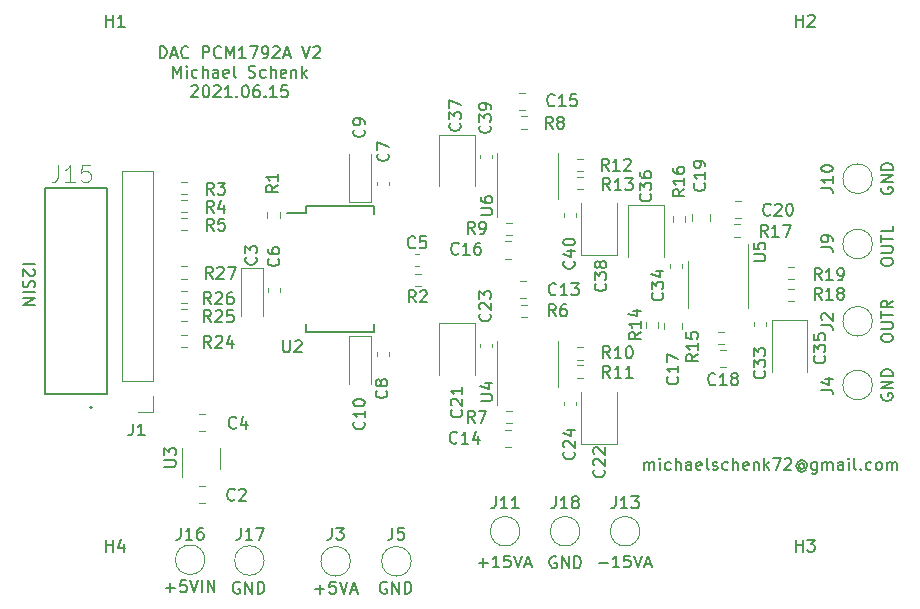
<source format=gbr>
G04 #@! TF.GenerationSoftware,KiCad,Pcbnew,(5.1.10-0-10_14)*
G04 #@! TF.CreationDate,2021-06-26T15:37:50+02:00*
G04 #@! TF.ProjectId,dac-pcm1792a,6461632d-7063-46d3-9137-3932612e6b69,rev?*
G04 #@! TF.SameCoordinates,Original*
G04 #@! TF.FileFunction,Legend,Top*
G04 #@! TF.FilePolarity,Positive*
%FSLAX46Y46*%
G04 Gerber Fmt 4.6, Leading zero omitted, Abs format (unit mm)*
G04 Created by KiCad (PCBNEW (5.1.10-0-10_14)) date 2021-06-26 15:37:50*
%MOMM*%
%LPD*%
G01*
G04 APERTURE LIST*
%ADD10C,0.150000*%
%ADD11C,0.120000*%
%ADD12C,0.200000*%
%ADD13C,0.127000*%
%ADD14C,0.015000*%
G04 APERTURE END LIST*
D10*
X182332380Y-86494761D02*
X182332380Y-86304285D01*
X182380000Y-86209047D01*
X182475238Y-86113809D01*
X182665714Y-86066190D01*
X182999047Y-86066190D01*
X183189523Y-86113809D01*
X183284761Y-86209047D01*
X183332380Y-86304285D01*
X183332380Y-86494761D01*
X183284761Y-86590000D01*
X183189523Y-86685238D01*
X182999047Y-86732857D01*
X182665714Y-86732857D01*
X182475238Y-86685238D01*
X182380000Y-86590000D01*
X182332380Y-86494761D01*
X182332380Y-85637619D02*
X183141904Y-85637619D01*
X183237142Y-85590000D01*
X183284761Y-85542380D01*
X183332380Y-85447142D01*
X183332380Y-85256666D01*
X183284761Y-85161428D01*
X183237142Y-85113809D01*
X183141904Y-85066190D01*
X182332380Y-85066190D01*
X182332380Y-84732857D02*
X182332380Y-84161428D01*
X183332380Y-84447142D02*
X182332380Y-84447142D01*
X183332380Y-83351904D02*
X183332380Y-83828095D01*
X182332380Y-83828095D01*
X182380000Y-97599404D02*
X182332380Y-97694642D01*
X182332380Y-97837500D01*
X182380000Y-97980357D01*
X182475238Y-98075595D01*
X182570476Y-98123214D01*
X182760952Y-98170833D01*
X182903809Y-98170833D01*
X183094285Y-98123214D01*
X183189523Y-98075595D01*
X183284761Y-97980357D01*
X183332380Y-97837500D01*
X183332380Y-97742261D01*
X183284761Y-97599404D01*
X183237142Y-97551785D01*
X182903809Y-97551785D01*
X182903809Y-97742261D01*
X183332380Y-97123214D02*
X182332380Y-97123214D01*
X183332380Y-96551785D01*
X182332380Y-96551785D01*
X183332380Y-96075595D02*
X182332380Y-96075595D01*
X182332380Y-95837500D01*
X182380000Y-95694642D01*
X182475238Y-95599404D01*
X182570476Y-95551785D01*
X182760952Y-95504166D01*
X182903809Y-95504166D01*
X183094285Y-95551785D01*
X183189523Y-95599404D01*
X183284761Y-95694642D01*
X183332380Y-95837500D01*
X183332380Y-96075595D01*
X182332380Y-92940000D02*
X182332380Y-92749523D01*
X182380000Y-92654285D01*
X182475238Y-92559047D01*
X182665714Y-92511428D01*
X182999047Y-92511428D01*
X183189523Y-92559047D01*
X183284761Y-92654285D01*
X183332380Y-92749523D01*
X183332380Y-92940000D01*
X183284761Y-93035238D01*
X183189523Y-93130476D01*
X182999047Y-93178095D01*
X182665714Y-93178095D01*
X182475238Y-93130476D01*
X182380000Y-93035238D01*
X182332380Y-92940000D01*
X182332380Y-92082857D02*
X183141904Y-92082857D01*
X183237142Y-92035238D01*
X183284761Y-91987619D01*
X183332380Y-91892380D01*
X183332380Y-91701904D01*
X183284761Y-91606666D01*
X183237142Y-91559047D01*
X183141904Y-91511428D01*
X182332380Y-91511428D01*
X182332380Y-91178095D02*
X182332380Y-90606666D01*
X183332380Y-90892380D02*
X182332380Y-90892380D01*
X183332380Y-89701904D02*
X182856190Y-90035238D01*
X183332380Y-90273333D02*
X182332380Y-90273333D01*
X182332380Y-89892380D01*
X182380000Y-89797142D01*
X182427619Y-89749523D01*
X182522857Y-89701904D01*
X182665714Y-89701904D01*
X182760952Y-89749523D01*
X182808571Y-89797142D01*
X182856190Y-89892380D01*
X182856190Y-90273333D01*
X182380000Y-80136904D02*
X182332380Y-80232142D01*
X182332380Y-80375000D01*
X182380000Y-80517857D01*
X182475238Y-80613095D01*
X182570476Y-80660714D01*
X182760952Y-80708333D01*
X182903809Y-80708333D01*
X183094285Y-80660714D01*
X183189523Y-80613095D01*
X183284761Y-80517857D01*
X183332380Y-80375000D01*
X183332380Y-80279761D01*
X183284761Y-80136904D01*
X183237142Y-80089285D01*
X182903809Y-80089285D01*
X182903809Y-80279761D01*
X183332380Y-79660714D02*
X182332380Y-79660714D01*
X183332380Y-79089285D01*
X182332380Y-79089285D01*
X183332380Y-78613095D02*
X182332380Y-78613095D01*
X182332380Y-78375000D01*
X182380000Y-78232142D01*
X182475238Y-78136904D01*
X182570476Y-78089285D01*
X182760952Y-78041666D01*
X182903809Y-78041666D01*
X183094285Y-78089285D01*
X183189523Y-78136904D01*
X183284761Y-78232142D01*
X183332380Y-78375000D01*
X183332380Y-78613095D01*
X148241023Y-111894928D02*
X149002928Y-111894928D01*
X148621976Y-112275880D02*
X148621976Y-111513976D01*
X150002928Y-112275880D02*
X149431500Y-112275880D01*
X149717214Y-112275880D02*
X149717214Y-111275880D01*
X149621976Y-111418738D01*
X149526738Y-111513976D01*
X149431500Y-111561595D01*
X150907690Y-111275880D02*
X150431500Y-111275880D01*
X150383880Y-111752071D01*
X150431500Y-111704452D01*
X150526738Y-111656833D01*
X150764833Y-111656833D01*
X150860071Y-111704452D01*
X150907690Y-111752071D01*
X150955309Y-111847309D01*
X150955309Y-112085404D01*
X150907690Y-112180642D01*
X150860071Y-112228261D01*
X150764833Y-112275880D01*
X150526738Y-112275880D01*
X150431500Y-112228261D01*
X150383880Y-112180642D01*
X151241023Y-111275880D02*
X151574357Y-112275880D01*
X151907690Y-111275880D01*
X152193404Y-111990166D02*
X152669595Y-111990166D01*
X152098166Y-112275880D02*
X152431500Y-111275880D01*
X152764833Y-112275880D01*
X158401023Y-111894928D02*
X159162928Y-111894928D01*
X160162928Y-112275880D02*
X159591500Y-112275880D01*
X159877214Y-112275880D02*
X159877214Y-111275880D01*
X159781976Y-111418738D01*
X159686738Y-111513976D01*
X159591500Y-111561595D01*
X161067690Y-111275880D02*
X160591500Y-111275880D01*
X160543880Y-111752071D01*
X160591500Y-111704452D01*
X160686738Y-111656833D01*
X160924833Y-111656833D01*
X161020071Y-111704452D01*
X161067690Y-111752071D01*
X161115309Y-111847309D01*
X161115309Y-112085404D01*
X161067690Y-112180642D01*
X161020071Y-112228261D01*
X160924833Y-112275880D01*
X160686738Y-112275880D01*
X160591500Y-112228261D01*
X160543880Y-112180642D01*
X161401023Y-111275880D02*
X161734357Y-112275880D01*
X162067690Y-111275880D01*
X162353404Y-111990166D02*
X162829595Y-111990166D01*
X162258166Y-112275880D02*
X162591500Y-111275880D01*
X162924833Y-112275880D01*
X154813095Y-111387000D02*
X154717857Y-111339380D01*
X154575000Y-111339380D01*
X154432142Y-111387000D01*
X154336904Y-111482238D01*
X154289285Y-111577476D01*
X154241666Y-111767952D01*
X154241666Y-111910809D01*
X154289285Y-112101285D01*
X154336904Y-112196523D01*
X154432142Y-112291761D01*
X154575000Y-112339380D01*
X154670238Y-112339380D01*
X154813095Y-112291761D01*
X154860714Y-112244142D01*
X154860714Y-111910809D01*
X154670238Y-111910809D01*
X155289285Y-112339380D02*
X155289285Y-111339380D01*
X155860714Y-112339380D01*
X155860714Y-111339380D01*
X156336904Y-112339380D02*
X156336904Y-111339380D01*
X156575000Y-111339380D01*
X156717857Y-111387000D01*
X156813095Y-111482238D01*
X156860714Y-111577476D01*
X156908333Y-111767952D01*
X156908333Y-111910809D01*
X156860714Y-112101285D01*
X156813095Y-112196523D01*
X156717857Y-112291761D01*
X156575000Y-112339380D01*
X156336904Y-112339380D01*
X134429714Y-114117428D02*
X135191619Y-114117428D01*
X134810666Y-114498380D02*
X134810666Y-113736476D01*
X136144000Y-113498380D02*
X135667809Y-113498380D01*
X135620190Y-113974571D01*
X135667809Y-113926952D01*
X135763047Y-113879333D01*
X136001142Y-113879333D01*
X136096380Y-113926952D01*
X136144000Y-113974571D01*
X136191619Y-114069809D01*
X136191619Y-114307904D01*
X136144000Y-114403142D01*
X136096380Y-114450761D01*
X136001142Y-114498380D01*
X135763047Y-114498380D01*
X135667809Y-114450761D01*
X135620190Y-114403142D01*
X136477333Y-113498380D02*
X136810666Y-114498380D01*
X137144000Y-113498380D01*
X137429714Y-114212666D02*
X137905904Y-114212666D01*
X137334476Y-114498380D02*
X137667809Y-113498380D01*
X138001142Y-114498380D01*
X140462095Y-113546000D02*
X140366857Y-113498380D01*
X140224000Y-113498380D01*
X140081142Y-113546000D01*
X139985904Y-113641238D01*
X139938285Y-113736476D01*
X139890666Y-113926952D01*
X139890666Y-114069809D01*
X139938285Y-114260285D01*
X139985904Y-114355523D01*
X140081142Y-114450761D01*
X140224000Y-114498380D01*
X140319238Y-114498380D01*
X140462095Y-114450761D01*
X140509714Y-114403142D01*
X140509714Y-114069809D01*
X140319238Y-114069809D01*
X140938285Y-114498380D02*
X140938285Y-113498380D01*
X141509714Y-114498380D01*
X141509714Y-113498380D01*
X141985904Y-114498380D02*
X141985904Y-113498380D01*
X142224000Y-113498380D01*
X142366857Y-113546000D01*
X142462095Y-113641238D01*
X142509714Y-113736476D01*
X142557333Y-113926952D01*
X142557333Y-114069809D01*
X142509714Y-114260285D01*
X142462095Y-114355523D01*
X142366857Y-114450761D01*
X142224000Y-114498380D01*
X141985904Y-114498380D01*
X109656619Y-86614214D02*
X110656619Y-86614214D01*
X110561380Y-87042785D02*
X110609000Y-87090404D01*
X110656619Y-87185642D01*
X110656619Y-87423738D01*
X110609000Y-87518976D01*
X110561380Y-87566595D01*
X110466142Y-87614214D01*
X110370904Y-87614214D01*
X110228047Y-87566595D01*
X109656619Y-86995166D01*
X109656619Y-87614214D01*
X109704238Y-87995166D02*
X109656619Y-88138023D01*
X109656619Y-88376119D01*
X109704238Y-88471357D01*
X109751857Y-88518976D01*
X109847095Y-88566595D01*
X109942333Y-88566595D01*
X110037571Y-88518976D01*
X110085190Y-88471357D01*
X110132809Y-88376119D01*
X110180428Y-88185642D01*
X110228047Y-88090404D01*
X110275666Y-88042785D01*
X110370904Y-87995166D01*
X110466142Y-87995166D01*
X110561380Y-88042785D01*
X110609000Y-88090404D01*
X110656619Y-88185642D01*
X110656619Y-88423738D01*
X110609000Y-88566595D01*
X109656619Y-88995166D02*
X110656619Y-88995166D01*
X109656619Y-89471357D02*
X110656619Y-89471357D01*
X109656619Y-90042785D01*
X110656619Y-90042785D01*
X121777380Y-113990428D02*
X122539285Y-113990428D01*
X122158333Y-114371380D02*
X122158333Y-113609476D01*
X123491666Y-113371380D02*
X123015476Y-113371380D01*
X122967857Y-113847571D01*
X123015476Y-113799952D01*
X123110714Y-113752333D01*
X123348809Y-113752333D01*
X123444047Y-113799952D01*
X123491666Y-113847571D01*
X123539285Y-113942809D01*
X123539285Y-114180904D01*
X123491666Y-114276142D01*
X123444047Y-114323761D01*
X123348809Y-114371380D01*
X123110714Y-114371380D01*
X123015476Y-114323761D01*
X122967857Y-114276142D01*
X123825000Y-113371380D02*
X124158333Y-114371380D01*
X124491666Y-113371380D01*
X124825000Y-114371380D02*
X124825000Y-113371380D01*
X125301190Y-114371380D02*
X125301190Y-113371380D01*
X125872619Y-114371380D01*
X125872619Y-113371380D01*
X128016095Y-113546000D02*
X127920857Y-113498380D01*
X127778000Y-113498380D01*
X127635142Y-113546000D01*
X127539904Y-113641238D01*
X127492285Y-113736476D01*
X127444666Y-113926952D01*
X127444666Y-114069809D01*
X127492285Y-114260285D01*
X127539904Y-114355523D01*
X127635142Y-114450761D01*
X127778000Y-114498380D01*
X127873238Y-114498380D01*
X128016095Y-114450761D01*
X128063714Y-114403142D01*
X128063714Y-114069809D01*
X127873238Y-114069809D01*
X128492285Y-114498380D02*
X128492285Y-113498380D01*
X129063714Y-114498380D01*
X129063714Y-113498380D01*
X129539904Y-114498380D02*
X129539904Y-113498380D01*
X129778000Y-113498380D01*
X129920857Y-113546000D01*
X130016095Y-113641238D01*
X130063714Y-113736476D01*
X130111333Y-113926952D01*
X130111333Y-114069809D01*
X130063714Y-114260285D01*
X130016095Y-114355523D01*
X129920857Y-114450761D01*
X129778000Y-114498380D01*
X129539904Y-114498380D01*
X162259714Y-104020880D02*
X162259714Y-103354214D01*
X162259714Y-103449452D02*
X162307333Y-103401833D01*
X162402571Y-103354214D01*
X162545428Y-103354214D01*
X162640666Y-103401833D01*
X162688285Y-103497071D01*
X162688285Y-104020880D01*
X162688285Y-103497071D02*
X162735904Y-103401833D01*
X162831142Y-103354214D01*
X162974000Y-103354214D01*
X163069238Y-103401833D01*
X163116857Y-103497071D01*
X163116857Y-104020880D01*
X163593047Y-104020880D02*
X163593047Y-103354214D01*
X163593047Y-103020880D02*
X163545428Y-103068500D01*
X163593047Y-103116119D01*
X163640666Y-103068500D01*
X163593047Y-103020880D01*
X163593047Y-103116119D01*
X164497809Y-103973261D02*
X164402571Y-104020880D01*
X164212095Y-104020880D01*
X164116857Y-103973261D01*
X164069238Y-103925642D01*
X164021619Y-103830404D01*
X164021619Y-103544690D01*
X164069238Y-103449452D01*
X164116857Y-103401833D01*
X164212095Y-103354214D01*
X164402571Y-103354214D01*
X164497809Y-103401833D01*
X164926380Y-104020880D02*
X164926380Y-103020880D01*
X165354952Y-104020880D02*
X165354952Y-103497071D01*
X165307333Y-103401833D01*
X165212095Y-103354214D01*
X165069238Y-103354214D01*
X164974000Y-103401833D01*
X164926380Y-103449452D01*
X166259714Y-104020880D02*
X166259714Y-103497071D01*
X166212095Y-103401833D01*
X166116857Y-103354214D01*
X165926380Y-103354214D01*
X165831142Y-103401833D01*
X166259714Y-103973261D02*
X166164476Y-104020880D01*
X165926380Y-104020880D01*
X165831142Y-103973261D01*
X165783523Y-103878023D01*
X165783523Y-103782785D01*
X165831142Y-103687547D01*
X165926380Y-103639928D01*
X166164476Y-103639928D01*
X166259714Y-103592309D01*
X167116857Y-103973261D02*
X167021619Y-104020880D01*
X166831142Y-104020880D01*
X166735904Y-103973261D01*
X166688285Y-103878023D01*
X166688285Y-103497071D01*
X166735904Y-103401833D01*
X166831142Y-103354214D01*
X167021619Y-103354214D01*
X167116857Y-103401833D01*
X167164476Y-103497071D01*
X167164476Y-103592309D01*
X166688285Y-103687547D01*
X167735904Y-104020880D02*
X167640666Y-103973261D01*
X167593047Y-103878023D01*
X167593047Y-103020880D01*
X168069238Y-103973261D02*
X168164476Y-104020880D01*
X168354952Y-104020880D01*
X168450190Y-103973261D01*
X168497809Y-103878023D01*
X168497809Y-103830404D01*
X168450190Y-103735166D01*
X168354952Y-103687547D01*
X168212095Y-103687547D01*
X168116857Y-103639928D01*
X168069238Y-103544690D01*
X168069238Y-103497071D01*
X168116857Y-103401833D01*
X168212095Y-103354214D01*
X168354952Y-103354214D01*
X168450190Y-103401833D01*
X169354952Y-103973261D02*
X169259714Y-104020880D01*
X169069238Y-104020880D01*
X168974000Y-103973261D01*
X168926380Y-103925642D01*
X168878761Y-103830404D01*
X168878761Y-103544690D01*
X168926380Y-103449452D01*
X168974000Y-103401833D01*
X169069238Y-103354214D01*
X169259714Y-103354214D01*
X169354952Y-103401833D01*
X169783523Y-104020880D02*
X169783523Y-103020880D01*
X170212095Y-104020880D02*
X170212095Y-103497071D01*
X170164476Y-103401833D01*
X170069238Y-103354214D01*
X169926380Y-103354214D01*
X169831142Y-103401833D01*
X169783523Y-103449452D01*
X171069238Y-103973261D02*
X170974000Y-104020880D01*
X170783523Y-104020880D01*
X170688285Y-103973261D01*
X170640666Y-103878023D01*
X170640666Y-103497071D01*
X170688285Y-103401833D01*
X170783523Y-103354214D01*
X170974000Y-103354214D01*
X171069238Y-103401833D01*
X171116857Y-103497071D01*
X171116857Y-103592309D01*
X170640666Y-103687547D01*
X171545428Y-103354214D02*
X171545428Y-104020880D01*
X171545428Y-103449452D02*
X171593047Y-103401833D01*
X171688285Y-103354214D01*
X171831142Y-103354214D01*
X171926380Y-103401833D01*
X171974000Y-103497071D01*
X171974000Y-104020880D01*
X172450190Y-104020880D02*
X172450190Y-103020880D01*
X172545428Y-103639928D02*
X172831142Y-104020880D01*
X172831142Y-103354214D02*
X172450190Y-103735166D01*
X173164476Y-103020880D02*
X173831142Y-103020880D01*
X173402571Y-104020880D01*
X174164476Y-103116119D02*
X174212095Y-103068500D01*
X174307333Y-103020880D01*
X174545428Y-103020880D01*
X174640666Y-103068500D01*
X174688285Y-103116119D01*
X174735904Y-103211357D01*
X174735904Y-103306595D01*
X174688285Y-103449452D01*
X174116857Y-104020880D01*
X174735904Y-104020880D01*
X175783523Y-103544690D02*
X175735904Y-103497071D01*
X175640666Y-103449452D01*
X175545428Y-103449452D01*
X175450190Y-103497071D01*
X175402571Y-103544690D01*
X175354952Y-103639928D01*
X175354952Y-103735166D01*
X175402571Y-103830404D01*
X175450190Y-103878023D01*
X175545428Y-103925642D01*
X175640666Y-103925642D01*
X175735904Y-103878023D01*
X175783523Y-103830404D01*
X175783523Y-103449452D02*
X175783523Y-103830404D01*
X175831142Y-103878023D01*
X175878761Y-103878023D01*
X175974000Y-103830404D01*
X176021619Y-103735166D01*
X176021619Y-103497071D01*
X175926380Y-103354214D01*
X175783523Y-103258976D01*
X175593047Y-103211357D01*
X175402571Y-103258976D01*
X175259714Y-103354214D01*
X175164476Y-103497071D01*
X175116857Y-103687547D01*
X175164476Y-103878023D01*
X175259714Y-104020880D01*
X175402571Y-104116119D01*
X175593047Y-104163738D01*
X175783523Y-104116119D01*
X175926380Y-104020880D01*
X176878761Y-103354214D02*
X176878761Y-104163738D01*
X176831142Y-104258976D01*
X176783523Y-104306595D01*
X176688285Y-104354214D01*
X176545428Y-104354214D01*
X176450190Y-104306595D01*
X176878761Y-103973261D02*
X176783523Y-104020880D01*
X176593047Y-104020880D01*
X176497809Y-103973261D01*
X176450190Y-103925642D01*
X176402571Y-103830404D01*
X176402571Y-103544690D01*
X176450190Y-103449452D01*
X176497809Y-103401833D01*
X176593047Y-103354214D01*
X176783523Y-103354214D01*
X176878761Y-103401833D01*
X177354952Y-104020880D02*
X177354952Y-103354214D01*
X177354952Y-103449452D02*
X177402571Y-103401833D01*
X177497809Y-103354214D01*
X177640666Y-103354214D01*
X177735904Y-103401833D01*
X177783523Y-103497071D01*
X177783523Y-104020880D01*
X177783523Y-103497071D02*
X177831142Y-103401833D01*
X177926380Y-103354214D01*
X178069238Y-103354214D01*
X178164476Y-103401833D01*
X178212095Y-103497071D01*
X178212095Y-104020880D01*
X179116857Y-104020880D02*
X179116857Y-103497071D01*
X179069238Y-103401833D01*
X178974000Y-103354214D01*
X178783523Y-103354214D01*
X178688285Y-103401833D01*
X179116857Y-103973261D02*
X179021619Y-104020880D01*
X178783523Y-104020880D01*
X178688285Y-103973261D01*
X178640666Y-103878023D01*
X178640666Y-103782785D01*
X178688285Y-103687547D01*
X178783523Y-103639928D01*
X179021619Y-103639928D01*
X179116857Y-103592309D01*
X179593047Y-104020880D02*
X179593047Y-103354214D01*
X179593047Y-103020880D02*
X179545428Y-103068500D01*
X179593047Y-103116119D01*
X179640666Y-103068500D01*
X179593047Y-103020880D01*
X179593047Y-103116119D01*
X180212095Y-104020880D02*
X180116857Y-103973261D01*
X180069238Y-103878023D01*
X180069238Y-103020880D01*
X180593047Y-103925642D02*
X180640666Y-103973261D01*
X180593047Y-104020880D01*
X180545428Y-103973261D01*
X180593047Y-103925642D01*
X180593047Y-104020880D01*
X181497809Y-103973261D02*
X181402571Y-104020880D01*
X181212095Y-104020880D01*
X181116857Y-103973261D01*
X181069238Y-103925642D01*
X181021619Y-103830404D01*
X181021619Y-103544690D01*
X181069238Y-103449452D01*
X181116857Y-103401833D01*
X181212095Y-103354214D01*
X181402571Y-103354214D01*
X181497809Y-103401833D01*
X182069238Y-104020880D02*
X181974000Y-103973261D01*
X181926380Y-103925642D01*
X181878761Y-103830404D01*
X181878761Y-103544690D01*
X181926380Y-103449452D01*
X181974000Y-103401833D01*
X182069238Y-103354214D01*
X182212095Y-103354214D01*
X182307333Y-103401833D01*
X182354952Y-103449452D01*
X182402571Y-103544690D01*
X182402571Y-103830404D01*
X182354952Y-103925642D01*
X182307333Y-103973261D01*
X182212095Y-104020880D01*
X182069238Y-104020880D01*
X182831142Y-104020880D02*
X182831142Y-103354214D01*
X182831142Y-103449452D02*
X182878761Y-103401833D01*
X182974000Y-103354214D01*
X183116857Y-103354214D01*
X183212095Y-103401833D01*
X183259714Y-103497071D01*
X183259714Y-104020880D01*
X183259714Y-103497071D02*
X183307333Y-103401833D01*
X183402571Y-103354214D01*
X183545428Y-103354214D01*
X183640666Y-103401833D01*
X183688285Y-103497071D01*
X183688285Y-104020880D01*
X121254095Y-69160380D02*
X121254095Y-68160380D01*
X121492190Y-68160380D01*
X121635047Y-68208000D01*
X121730285Y-68303238D01*
X121777904Y-68398476D01*
X121825523Y-68588952D01*
X121825523Y-68731809D01*
X121777904Y-68922285D01*
X121730285Y-69017523D01*
X121635047Y-69112761D01*
X121492190Y-69160380D01*
X121254095Y-69160380D01*
X122206476Y-68874666D02*
X122682666Y-68874666D01*
X122111238Y-69160380D02*
X122444571Y-68160380D01*
X122777904Y-69160380D01*
X123682666Y-69065142D02*
X123635047Y-69112761D01*
X123492190Y-69160380D01*
X123396952Y-69160380D01*
X123254095Y-69112761D01*
X123158857Y-69017523D01*
X123111238Y-68922285D01*
X123063619Y-68731809D01*
X123063619Y-68588952D01*
X123111238Y-68398476D01*
X123158857Y-68303238D01*
X123254095Y-68208000D01*
X123396952Y-68160380D01*
X123492190Y-68160380D01*
X123635047Y-68208000D01*
X123682666Y-68255619D01*
X124873142Y-69160380D02*
X124873142Y-68160380D01*
X125254095Y-68160380D01*
X125349333Y-68208000D01*
X125396952Y-68255619D01*
X125444571Y-68350857D01*
X125444571Y-68493714D01*
X125396952Y-68588952D01*
X125349333Y-68636571D01*
X125254095Y-68684190D01*
X124873142Y-68684190D01*
X126444571Y-69065142D02*
X126396952Y-69112761D01*
X126254095Y-69160380D01*
X126158857Y-69160380D01*
X126016000Y-69112761D01*
X125920761Y-69017523D01*
X125873142Y-68922285D01*
X125825523Y-68731809D01*
X125825523Y-68588952D01*
X125873142Y-68398476D01*
X125920761Y-68303238D01*
X126016000Y-68208000D01*
X126158857Y-68160380D01*
X126254095Y-68160380D01*
X126396952Y-68208000D01*
X126444571Y-68255619D01*
X126873142Y-69160380D02*
X126873142Y-68160380D01*
X127206476Y-68874666D01*
X127539809Y-68160380D01*
X127539809Y-69160380D01*
X128539809Y-69160380D02*
X127968380Y-69160380D01*
X128254095Y-69160380D02*
X128254095Y-68160380D01*
X128158857Y-68303238D01*
X128063619Y-68398476D01*
X127968380Y-68446095D01*
X128873142Y-68160380D02*
X129539809Y-68160380D01*
X129111238Y-69160380D01*
X129968380Y-69160380D02*
X130158857Y-69160380D01*
X130254095Y-69112761D01*
X130301714Y-69065142D01*
X130396952Y-68922285D01*
X130444571Y-68731809D01*
X130444571Y-68350857D01*
X130396952Y-68255619D01*
X130349333Y-68208000D01*
X130254095Y-68160380D01*
X130063619Y-68160380D01*
X129968380Y-68208000D01*
X129920761Y-68255619D01*
X129873142Y-68350857D01*
X129873142Y-68588952D01*
X129920761Y-68684190D01*
X129968380Y-68731809D01*
X130063619Y-68779428D01*
X130254095Y-68779428D01*
X130349333Y-68731809D01*
X130396952Y-68684190D01*
X130444571Y-68588952D01*
X130825523Y-68255619D02*
X130873142Y-68208000D01*
X130968380Y-68160380D01*
X131206476Y-68160380D01*
X131301714Y-68208000D01*
X131349333Y-68255619D01*
X131396952Y-68350857D01*
X131396952Y-68446095D01*
X131349333Y-68588952D01*
X130777904Y-69160380D01*
X131396952Y-69160380D01*
X131777904Y-68874666D02*
X132254095Y-68874666D01*
X131682666Y-69160380D02*
X132016000Y-68160380D01*
X132349333Y-69160380D01*
X133301714Y-68160380D02*
X133635047Y-69160380D01*
X133968380Y-68160380D01*
X134254095Y-68255619D02*
X134301714Y-68208000D01*
X134396952Y-68160380D01*
X134635047Y-68160380D01*
X134730285Y-68208000D01*
X134777904Y-68255619D01*
X134825523Y-68350857D01*
X134825523Y-68446095D01*
X134777904Y-68588952D01*
X134206476Y-69160380D01*
X134825523Y-69160380D01*
X122396952Y-70810380D02*
X122396952Y-69810380D01*
X122730285Y-70524666D01*
X123063619Y-69810380D01*
X123063619Y-70810380D01*
X123539809Y-70810380D02*
X123539809Y-70143714D01*
X123539809Y-69810380D02*
X123492190Y-69858000D01*
X123539809Y-69905619D01*
X123587428Y-69858000D01*
X123539809Y-69810380D01*
X123539809Y-69905619D01*
X124444571Y-70762761D02*
X124349333Y-70810380D01*
X124158857Y-70810380D01*
X124063619Y-70762761D01*
X124016000Y-70715142D01*
X123968380Y-70619904D01*
X123968380Y-70334190D01*
X124016000Y-70238952D01*
X124063619Y-70191333D01*
X124158857Y-70143714D01*
X124349333Y-70143714D01*
X124444571Y-70191333D01*
X124873142Y-70810380D02*
X124873142Y-69810380D01*
X125301714Y-70810380D02*
X125301714Y-70286571D01*
X125254095Y-70191333D01*
X125158857Y-70143714D01*
X125016000Y-70143714D01*
X124920761Y-70191333D01*
X124873142Y-70238952D01*
X126206476Y-70810380D02*
X126206476Y-70286571D01*
X126158857Y-70191333D01*
X126063619Y-70143714D01*
X125873142Y-70143714D01*
X125777904Y-70191333D01*
X126206476Y-70762761D02*
X126111238Y-70810380D01*
X125873142Y-70810380D01*
X125777904Y-70762761D01*
X125730285Y-70667523D01*
X125730285Y-70572285D01*
X125777904Y-70477047D01*
X125873142Y-70429428D01*
X126111238Y-70429428D01*
X126206476Y-70381809D01*
X127063619Y-70762761D02*
X126968380Y-70810380D01*
X126777904Y-70810380D01*
X126682666Y-70762761D01*
X126635047Y-70667523D01*
X126635047Y-70286571D01*
X126682666Y-70191333D01*
X126777904Y-70143714D01*
X126968380Y-70143714D01*
X127063619Y-70191333D01*
X127111238Y-70286571D01*
X127111238Y-70381809D01*
X126635047Y-70477047D01*
X127682666Y-70810380D02*
X127587428Y-70762761D01*
X127539809Y-70667523D01*
X127539809Y-69810380D01*
X128777904Y-70762761D02*
X128920761Y-70810380D01*
X129158857Y-70810380D01*
X129254095Y-70762761D01*
X129301714Y-70715142D01*
X129349333Y-70619904D01*
X129349333Y-70524666D01*
X129301714Y-70429428D01*
X129254095Y-70381809D01*
X129158857Y-70334190D01*
X128968380Y-70286571D01*
X128873142Y-70238952D01*
X128825523Y-70191333D01*
X128777904Y-70096095D01*
X128777904Y-70000857D01*
X128825523Y-69905619D01*
X128873142Y-69858000D01*
X128968380Y-69810380D01*
X129206476Y-69810380D01*
X129349333Y-69858000D01*
X130206476Y-70762761D02*
X130111238Y-70810380D01*
X129920761Y-70810380D01*
X129825523Y-70762761D01*
X129777904Y-70715142D01*
X129730285Y-70619904D01*
X129730285Y-70334190D01*
X129777904Y-70238952D01*
X129825523Y-70191333D01*
X129920761Y-70143714D01*
X130111238Y-70143714D01*
X130206476Y-70191333D01*
X130635047Y-70810380D02*
X130635047Y-69810380D01*
X131063619Y-70810380D02*
X131063619Y-70286571D01*
X131016000Y-70191333D01*
X130920761Y-70143714D01*
X130777904Y-70143714D01*
X130682666Y-70191333D01*
X130635047Y-70238952D01*
X131920761Y-70762761D02*
X131825523Y-70810380D01*
X131635047Y-70810380D01*
X131539809Y-70762761D01*
X131492190Y-70667523D01*
X131492190Y-70286571D01*
X131539809Y-70191333D01*
X131635047Y-70143714D01*
X131825523Y-70143714D01*
X131920761Y-70191333D01*
X131968380Y-70286571D01*
X131968380Y-70381809D01*
X131492190Y-70477047D01*
X132396952Y-70143714D02*
X132396952Y-70810380D01*
X132396952Y-70238952D02*
X132444571Y-70191333D01*
X132539809Y-70143714D01*
X132682666Y-70143714D01*
X132777904Y-70191333D01*
X132825523Y-70286571D01*
X132825523Y-70810380D01*
X133301714Y-70810380D02*
X133301714Y-69810380D01*
X133396952Y-70429428D02*
X133682666Y-70810380D01*
X133682666Y-70143714D02*
X133301714Y-70524666D01*
X123920761Y-71555619D02*
X123968380Y-71508000D01*
X124063619Y-71460380D01*
X124301714Y-71460380D01*
X124396952Y-71508000D01*
X124444571Y-71555619D01*
X124492190Y-71650857D01*
X124492190Y-71746095D01*
X124444571Y-71888952D01*
X123873142Y-72460380D01*
X124492190Y-72460380D01*
X125111238Y-71460380D02*
X125206476Y-71460380D01*
X125301714Y-71508000D01*
X125349333Y-71555619D01*
X125396952Y-71650857D01*
X125444571Y-71841333D01*
X125444571Y-72079428D01*
X125396952Y-72269904D01*
X125349333Y-72365142D01*
X125301714Y-72412761D01*
X125206476Y-72460380D01*
X125111238Y-72460380D01*
X125016000Y-72412761D01*
X124968380Y-72365142D01*
X124920761Y-72269904D01*
X124873142Y-72079428D01*
X124873142Y-71841333D01*
X124920761Y-71650857D01*
X124968380Y-71555619D01*
X125016000Y-71508000D01*
X125111238Y-71460380D01*
X125825523Y-71555619D02*
X125873142Y-71508000D01*
X125968380Y-71460380D01*
X126206476Y-71460380D01*
X126301714Y-71508000D01*
X126349333Y-71555619D01*
X126396952Y-71650857D01*
X126396952Y-71746095D01*
X126349333Y-71888952D01*
X125777904Y-72460380D01*
X126396952Y-72460380D01*
X127349333Y-72460380D02*
X126777904Y-72460380D01*
X127063619Y-72460380D02*
X127063619Y-71460380D01*
X126968380Y-71603238D01*
X126873142Y-71698476D01*
X126777904Y-71746095D01*
X127777904Y-72365142D02*
X127825523Y-72412761D01*
X127777904Y-72460380D01*
X127730285Y-72412761D01*
X127777904Y-72365142D01*
X127777904Y-72460380D01*
X128444571Y-71460380D02*
X128539809Y-71460380D01*
X128635047Y-71508000D01*
X128682666Y-71555619D01*
X128730285Y-71650857D01*
X128777904Y-71841333D01*
X128777904Y-72079428D01*
X128730285Y-72269904D01*
X128682666Y-72365142D01*
X128635047Y-72412761D01*
X128539809Y-72460380D01*
X128444571Y-72460380D01*
X128349333Y-72412761D01*
X128301714Y-72365142D01*
X128254095Y-72269904D01*
X128206476Y-72079428D01*
X128206476Y-71841333D01*
X128254095Y-71650857D01*
X128301714Y-71555619D01*
X128349333Y-71508000D01*
X128444571Y-71460380D01*
X129635047Y-71460380D02*
X129444571Y-71460380D01*
X129349333Y-71508000D01*
X129301714Y-71555619D01*
X129206476Y-71698476D01*
X129158857Y-71888952D01*
X129158857Y-72269904D01*
X129206476Y-72365142D01*
X129254095Y-72412761D01*
X129349333Y-72460380D01*
X129539809Y-72460380D01*
X129635047Y-72412761D01*
X129682666Y-72365142D01*
X129730285Y-72269904D01*
X129730285Y-72031809D01*
X129682666Y-71936571D01*
X129635047Y-71888952D01*
X129539809Y-71841333D01*
X129349333Y-71841333D01*
X129254095Y-71888952D01*
X129206476Y-71936571D01*
X129158857Y-72031809D01*
X130158857Y-72365142D02*
X130206476Y-72412761D01*
X130158857Y-72460380D01*
X130111238Y-72412761D01*
X130158857Y-72365142D01*
X130158857Y-72460380D01*
X131158857Y-72460380D02*
X130587428Y-72460380D01*
X130873142Y-72460380D02*
X130873142Y-71460380D01*
X130777904Y-71603238D01*
X130682666Y-71698476D01*
X130587428Y-71746095D01*
X132063619Y-71460380D02*
X131587428Y-71460380D01*
X131539809Y-71936571D01*
X131587428Y-71888952D01*
X131682666Y-71841333D01*
X131920761Y-71841333D01*
X132016000Y-71888952D01*
X132063619Y-71936571D01*
X132111238Y-72031809D01*
X132111238Y-72269904D01*
X132063619Y-72365142D01*
X132016000Y-72412761D01*
X131920761Y-72460380D01*
X131682666Y-72460380D01*
X131587428Y-72412761D01*
X131539809Y-72365142D01*
D11*
X174966724Y-87898500D02*
X174457276Y-87898500D01*
X174966724Y-86853500D02*
X174457276Y-86853500D01*
X174966724Y-89740000D02*
X174457276Y-89740000D01*
X174966724Y-88695000D02*
X174457276Y-88695000D01*
X169838276Y-83234000D02*
X170347724Y-83234000D01*
X169838276Y-84279000D02*
X170347724Y-84279000D01*
X165749500Y-82525776D02*
X165749500Y-83035224D01*
X164704500Y-82525776D02*
X164704500Y-83035224D01*
X168528276Y-92314500D02*
X169037724Y-92314500D01*
X168528276Y-93359500D02*
X169037724Y-93359500D01*
X162418500Y-91972224D02*
X162418500Y-91462776D01*
X163463500Y-91972224D02*
X163463500Y-91462776D01*
X157123224Y-80278500D02*
X156613776Y-80278500D01*
X157123224Y-79233500D02*
X156613776Y-79233500D01*
X157123224Y-78754500D02*
X156613776Y-78754500D01*
X157123224Y-77709500D02*
X156613776Y-77709500D01*
X157123224Y-96217000D02*
X156613776Y-96217000D01*
X157123224Y-95172000D02*
X156613776Y-95172000D01*
X157123224Y-94693000D02*
X156613776Y-94693000D01*
X157123224Y-93648000D02*
X156613776Y-93648000D01*
X150581276Y-83107000D02*
X151090724Y-83107000D01*
X150581276Y-84152000D02*
X151090724Y-84152000D01*
X151827776Y-74090000D02*
X152337224Y-74090000D01*
X151827776Y-75135000D02*
X152337224Y-75135000D01*
X150597776Y-99045500D02*
X151107224Y-99045500D01*
X150597776Y-100090500D02*
X151107224Y-100090500D01*
X151867776Y-90028500D02*
X152377224Y-90028500D01*
X151867776Y-91073500D02*
X152377224Y-91073500D01*
X169940248Y-81243500D02*
X170462752Y-81243500D01*
X169940248Y-82713500D02*
X170462752Y-82713500D01*
X167803500Y-82394248D02*
X167803500Y-82916752D01*
X166333500Y-82394248D02*
X166333500Y-82916752D01*
X168670248Y-93880000D02*
X169192752Y-93880000D01*
X168670248Y-95350000D02*
X169192752Y-95350000D01*
X163984000Y-92103752D02*
X163984000Y-91581248D01*
X165454000Y-92103752D02*
X165454000Y-91581248D01*
X142538500Y-111760000D02*
G75*
G03*
X142538500Y-111760000I-1251000J0D01*
G01*
X165969000Y-88328500D02*
X165969000Y-90278500D01*
X165969000Y-88328500D02*
X165969000Y-86378500D01*
X171089000Y-88328500D02*
X171089000Y-90278500D01*
X171089000Y-88328500D02*
X171089000Y-84878500D01*
X154960000Y-95059500D02*
X154960000Y-93109500D01*
X154960000Y-95059500D02*
X154960000Y-97009500D01*
X149840000Y-95059500D02*
X149840000Y-93109500D01*
X149840000Y-95059500D02*
X149840000Y-98509500D01*
D10*
X133650000Y-81670000D02*
X133650000Y-82245000D01*
X139400000Y-81670000D02*
X139400000Y-82320000D01*
X139400000Y-92320000D02*
X139400000Y-91670000D01*
X133650000Y-92320000D02*
X133650000Y-91670000D01*
X133650000Y-81670000D02*
X139400000Y-81670000D01*
X133650000Y-92320000D02*
X139400000Y-92320000D01*
X133650000Y-82245000D02*
X132050000Y-82245000D01*
D11*
X123595224Y-83707500D02*
X123085776Y-83707500D01*
X123595224Y-82662500D02*
X123085776Y-82662500D01*
X123595224Y-82183500D02*
X123085776Y-82183500D01*
X123595224Y-81138500D02*
X123085776Y-81138500D01*
X123595224Y-80659500D02*
X123085776Y-80659500D01*
X123595224Y-79614500D02*
X123085776Y-79614500D01*
X143343724Y-88470000D02*
X142834276Y-88470000D01*
X143343724Y-87425000D02*
X142834276Y-87425000D01*
X131396000Y-82191776D02*
X131396000Y-82701224D01*
X130351000Y-82191776D02*
X130351000Y-82701224D01*
X181591000Y-96837500D02*
G75*
G03*
X181591000Y-96837500I-1251000J0D01*
G01*
X181591000Y-91440000D02*
G75*
G03*
X181591000Y-91440000I-1251000J0D01*
G01*
X120710000Y-78680000D02*
X118050000Y-78680000D01*
X120710000Y-96520000D02*
X120710000Y-78680000D01*
X118050000Y-96520000D02*
X118050000Y-78680000D01*
X120710000Y-96520000D02*
X118050000Y-96520000D01*
X120710000Y-97790000D02*
X120710000Y-99120000D01*
X120710000Y-99120000D02*
X119380000Y-99120000D01*
X155446000Y-98544767D02*
X155446000Y-98252233D01*
X156466000Y-98544767D02*
X156466000Y-98252233D01*
X149417500Y-93325733D02*
X149417500Y-93618267D01*
X148397500Y-93325733D02*
X148397500Y-93618267D01*
X156922500Y-97411000D02*
X156922500Y-101796000D01*
X156922500Y-101796000D02*
X159942500Y-101796000D01*
X159942500Y-101796000D02*
X159942500Y-97411000D01*
X147941000Y-95958000D02*
X147941000Y-91573000D01*
X147941000Y-91573000D02*
X144921000Y-91573000D01*
X144921000Y-91573000D02*
X144921000Y-95958000D01*
X150466248Y-84672500D02*
X150988752Y-84672500D01*
X150466248Y-86142500D02*
X150988752Y-86142500D01*
X151672748Y-72099500D02*
X152195252Y-72099500D01*
X151672748Y-73569500D02*
X152195252Y-73569500D01*
X150466248Y-100611000D02*
X150988752Y-100611000D01*
X150466248Y-102081000D02*
X150988752Y-102081000D01*
X151736248Y-88038000D02*
X152258752Y-88038000D01*
X151736248Y-89508000D02*
X152258752Y-89508000D01*
X139174500Y-96763500D02*
X139174500Y-92678500D01*
X139174500Y-92678500D02*
X137304500Y-92678500D01*
X137304500Y-92678500D02*
X137304500Y-96763500D01*
X137304500Y-77290000D02*
X137304500Y-81375000D01*
X137304500Y-81375000D02*
X139174500Y-81375000D01*
X139174500Y-81375000D02*
X139174500Y-77290000D01*
X140654500Y-94061233D02*
X140654500Y-94353767D01*
X139634500Y-94061233D02*
X139634500Y-94353767D01*
X139634500Y-79928767D02*
X139634500Y-79636233D01*
X140654500Y-79928767D02*
X140654500Y-79636233D01*
X131447000Y-88663733D02*
X131447000Y-88956267D01*
X130427000Y-88663733D02*
X130427000Y-88956267D01*
X142892733Y-85723000D02*
X143185267Y-85723000D01*
X142892733Y-86743000D02*
X143185267Y-86743000D01*
X129967000Y-90985000D02*
X129967000Y-86900000D01*
X129967000Y-86900000D02*
X128097000Y-86900000D01*
X128097000Y-86900000D02*
X128097000Y-90985000D01*
D12*
X115521000Y-98745000D02*
G75*
G03*
X115521000Y-98745000I-100000J0D01*
G01*
D13*
X111551000Y-97600000D02*
X111551000Y-80200000D01*
X111551000Y-80200000D02*
X116751000Y-80200000D01*
X116751000Y-80200000D02*
X116751000Y-97600000D01*
X116751000Y-97600000D02*
X111551000Y-97600000D01*
D11*
X149840000Y-79122500D02*
X149840000Y-82572500D01*
X149840000Y-79122500D02*
X149840000Y-77172500D01*
X154960000Y-79122500D02*
X154960000Y-81072500D01*
X154960000Y-79122500D02*
X154960000Y-77172500D01*
X156466000Y-82595767D02*
X156466000Y-82303233D01*
X155446000Y-82595767D02*
X155446000Y-82303233D01*
X148397500Y-77360733D02*
X148397500Y-77653267D01*
X149417500Y-77360733D02*
X149417500Y-77653267D01*
X159942500Y-85846000D02*
X159942500Y-81461000D01*
X156922500Y-85846000D02*
X159942500Y-85846000D01*
X156922500Y-81461000D02*
X156922500Y-85846000D01*
X144921000Y-75634500D02*
X144921000Y-80019500D01*
X147941000Y-75634500D02*
X144921000Y-75634500D01*
X147941000Y-80019500D02*
X147941000Y-75634500D01*
X165483000Y-86924267D02*
X165483000Y-86631733D01*
X164463000Y-86924267D02*
X164463000Y-86631733D01*
X171575000Y-91521233D02*
X171575000Y-91813767D01*
X172595000Y-91521233D02*
X172595000Y-91813767D01*
X163943000Y-85977000D02*
X163943000Y-81592000D01*
X163943000Y-81592000D02*
X160923000Y-81592000D01*
X160923000Y-81592000D02*
X160923000Y-85977000D01*
X176071500Y-95704000D02*
X176071500Y-91319000D01*
X176071500Y-91319000D02*
X173051500Y-91319000D01*
X173051500Y-91319000D02*
X173051500Y-95704000D01*
X156826000Y-109220000D02*
G75*
G03*
X156826000Y-109220000I-1251000J0D01*
G01*
X161906000Y-109220000D02*
G75*
G03*
X161906000Y-109220000I-1251000J0D01*
G01*
X151746000Y-109220000D02*
G75*
G03*
X151746000Y-109220000I-1251000J0D01*
G01*
X181591000Y-79375000D02*
G75*
G03*
X181591000Y-79375000I-1251000J0D01*
G01*
X181591000Y-84899500D02*
G75*
G03*
X181591000Y-84899500I-1251000J0D01*
G01*
X137395000Y-111760000D02*
G75*
G03*
X137395000Y-111760000I-1251000J0D01*
G01*
X124601248Y-100747500D02*
X125123752Y-100747500D01*
X124601248Y-99277500D02*
X125123752Y-99277500D01*
X124601248Y-106843500D02*
X125123752Y-106843500D01*
X124601248Y-105373500D02*
X125123752Y-105373500D01*
X123170000Y-102140000D02*
X123170000Y-104590000D01*
X126390000Y-103940000D02*
X126390000Y-102140000D01*
X123022276Y-87835000D02*
X123531724Y-87835000D01*
X123022276Y-86790000D02*
X123531724Y-86790000D01*
X123022276Y-89930500D02*
X123531724Y-89930500D01*
X123022276Y-88885500D02*
X123531724Y-88885500D01*
X123022276Y-91454500D02*
X123531724Y-91454500D01*
X123022276Y-90409500D02*
X123531724Y-90409500D01*
X123022276Y-93613500D02*
X123531724Y-93613500D01*
X123022276Y-92568500D02*
X123531724Y-92568500D01*
X130092500Y-111696500D02*
G75*
G03*
X130092500Y-111696500I-1251000J0D01*
G01*
X125076000Y-111633000D02*
G75*
G03*
X125076000Y-111633000I-1251000J0D01*
G01*
D10*
X177284142Y-87955380D02*
X176950809Y-87479190D01*
X176712714Y-87955380D02*
X176712714Y-86955380D01*
X177093666Y-86955380D01*
X177188904Y-87003000D01*
X177236523Y-87050619D01*
X177284142Y-87145857D01*
X177284142Y-87288714D01*
X177236523Y-87383952D01*
X177188904Y-87431571D01*
X177093666Y-87479190D01*
X176712714Y-87479190D01*
X178236523Y-87955380D02*
X177665095Y-87955380D01*
X177950809Y-87955380D02*
X177950809Y-86955380D01*
X177855571Y-87098238D01*
X177760333Y-87193476D01*
X177665095Y-87241095D01*
X178712714Y-87955380D02*
X178903190Y-87955380D01*
X178998428Y-87907761D01*
X179046047Y-87860142D01*
X179141285Y-87717285D01*
X179188904Y-87526809D01*
X179188904Y-87145857D01*
X179141285Y-87050619D01*
X179093666Y-87003000D01*
X178998428Y-86955380D01*
X178807952Y-86955380D01*
X178712714Y-87003000D01*
X178665095Y-87050619D01*
X178617476Y-87145857D01*
X178617476Y-87383952D01*
X178665095Y-87479190D01*
X178712714Y-87526809D01*
X178807952Y-87574428D01*
X178998428Y-87574428D01*
X179093666Y-87526809D01*
X179141285Y-87479190D01*
X179188904Y-87383952D01*
X177284142Y-89606380D02*
X176950809Y-89130190D01*
X176712714Y-89606380D02*
X176712714Y-88606380D01*
X177093666Y-88606380D01*
X177188904Y-88654000D01*
X177236523Y-88701619D01*
X177284142Y-88796857D01*
X177284142Y-88939714D01*
X177236523Y-89034952D01*
X177188904Y-89082571D01*
X177093666Y-89130190D01*
X176712714Y-89130190D01*
X178236523Y-89606380D02*
X177665095Y-89606380D01*
X177950809Y-89606380D02*
X177950809Y-88606380D01*
X177855571Y-88749238D01*
X177760333Y-88844476D01*
X177665095Y-88892095D01*
X178807952Y-89034952D02*
X178712714Y-88987333D01*
X178665095Y-88939714D01*
X178617476Y-88844476D01*
X178617476Y-88796857D01*
X178665095Y-88701619D01*
X178712714Y-88654000D01*
X178807952Y-88606380D01*
X178998428Y-88606380D01*
X179093666Y-88654000D01*
X179141285Y-88701619D01*
X179188904Y-88796857D01*
X179188904Y-88844476D01*
X179141285Y-88939714D01*
X179093666Y-88987333D01*
X178998428Y-89034952D01*
X178807952Y-89034952D01*
X178712714Y-89082571D01*
X178665095Y-89130190D01*
X178617476Y-89225428D01*
X178617476Y-89415904D01*
X178665095Y-89511142D01*
X178712714Y-89558761D01*
X178807952Y-89606380D01*
X178998428Y-89606380D01*
X179093666Y-89558761D01*
X179141285Y-89511142D01*
X179188904Y-89415904D01*
X179188904Y-89225428D01*
X179141285Y-89130190D01*
X179093666Y-89082571D01*
X178998428Y-89034952D01*
X172712142Y-84272380D02*
X172378809Y-83796190D01*
X172140714Y-84272380D02*
X172140714Y-83272380D01*
X172521666Y-83272380D01*
X172616904Y-83320000D01*
X172664523Y-83367619D01*
X172712142Y-83462857D01*
X172712142Y-83605714D01*
X172664523Y-83700952D01*
X172616904Y-83748571D01*
X172521666Y-83796190D01*
X172140714Y-83796190D01*
X173664523Y-84272380D02*
X173093095Y-84272380D01*
X173378809Y-84272380D02*
X173378809Y-83272380D01*
X173283571Y-83415238D01*
X173188333Y-83510476D01*
X173093095Y-83558095D01*
X173997857Y-83272380D02*
X174664523Y-83272380D01*
X174235952Y-84272380D01*
X165679380Y-80271857D02*
X165203190Y-80605190D01*
X165679380Y-80843285D02*
X164679380Y-80843285D01*
X164679380Y-80462333D01*
X164727000Y-80367095D01*
X164774619Y-80319476D01*
X164869857Y-80271857D01*
X165012714Y-80271857D01*
X165107952Y-80319476D01*
X165155571Y-80367095D01*
X165203190Y-80462333D01*
X165203190Y-80843285D01*
X165679380Y-79319476D02*
X165679380Y-79890904D01*
X165679380Y-79605190D02*
X164679380Y-79605190D01*
X164822238Y-79700428D01*
X164917476Y-79795666D01*
X164965095Y-79890904D01*
X164679380Y-78462333D02*
X164679380Y-78652809D01*
X164727000Y-78748047D01*
X164774619Y-78795666D01*
X164917476Y-78890904D01*
X165107952Y-78938523D01*
X165488904Y-78938523D01*
X165584142Y-78890904D01*
X165631761Y-78843285D01*
X165679380Y-78748047D01*
X165679380Y-78557571D01*
X165631761Y-78462333D01*
X165584142Y-78414714D01*
X165488904Y-78367095D01*
X165250809Y-78367095D01*
X165155571Y-78414714D01*
X165107952Y-78462333D01*
X165060333Y-78557571D01*
X165060333Y-78748047D01*
X165107952Y-78843285D01*
X165155571Y-78890904D01*
X165250809Y-78938523D01*
X166822380Y-94241857D02*
X166346190Y-94575190D01*
X166822380Y-94813285D02*
X165822380Y-94813285D01*
X165822380Y-94432333D01*
X165870000Y-94337095D01*
X165917619Y-94289476D01*
X166012857Y-94241857D01*
X166155714Y-94241857D01*
X166250952Y-94289476D01*
X166298571Y-94337095D01*
X166346190Y-94432333D01*
X166346190Y-94813285D01*
X166822380Y-93289476D02*
X166822380Y-93860904D01*
X166822380Y-93575190D02*
X165822380Y-93575190D01*
X165965238Y-93670428D01*
X166060476Y-93765666D01*
X166108095Y-93860904D01*
X165822380Y-92384714D02*
X165822380Y-92860904D01*
X166298571Y-92908523D01*
X166250952Y-92860904D01*
X166203333Y-92765666D01*
X166203333Y-92527571D01*
X166250952Y-92432333D01*
X166298571Y-92384714D01*
X166393809Y-92337095D01*
X166631904Y-92337095D01*
X166727142Y-92384714D01*
X166774761Y-92432333D01*
X166822380Y-92527571D01*
X166822380Y-92765666D01*
X166774761Y-92860904D01*
X166727142Y-92908523D01*
X161963380Y-92360357D02*
X161487190Y-92693690D01*
X161963380Y-92931785D02*
X160963380Y-92931785D01*
X160963380Y-92550833D01*
X161011000Y-92455595D01*
X161058619Y-92407976D01*
X161153857Y-92360357D01*
X161296714Y-92360357D01*
X161391952Y-92407976D01*
X161439571Y-92455595D01*
X161487190Y-92550833D01*
X161487190Y-92931785D01*
X161963380Y-91407976D02*
X161963380Y-91979404D01*
X161963380Y-91693690D02*
X160963380Y-91693690D01*
X161106238Y-91788928D01*
X161201476Y-91884166D01*
X161249095Y-91979404D01*
X161296714Y-90550833D02*
X161963380Y-90550833D01*
X160915761Y-90788928D02*
X161630047Y-91027023D01*
X161630047Y-90407976D01*
X159377142Y-80335380D02*
X159043809Y-79859190D01*
X158805714Y-80335380D02*
X158805714Y-79335380D01*
X159186666Y-79335380D01*
X159281904Y-79383000D01*
X159329523Y-79430619D01*
X159377142Y-79525857D01*
X159377142Y-79668714D01*
X159329523Y-79763952D01*
X159281904Y-79811571D01*
X159186666Y-79859190D01*
X158805714Y-79859190D01*
X160329523Y-80335380D02*
X159758095Y-80335380D01*
X160043809Y-80335380D02*
X160043809Y-79335380D01*
X159948571Y-79478238D01*
X159853333Y-79573476D01*
X159758095Y-79621095D01*
X160662857Y-79335380D02*
X161281904Y-79335380D01*
X160948571Y-79716333D01*
X161091428Y-79716333D01*
X161186666Y-79763952D01*
X161234285Y-79811571D01*
X161281904Y-79906809D01*
X161281904Y-80144904D01*
X161234285Y-80240142D01*
X161186666Y-80287761D01*
X161091428Y-80335380D01*
X160805714Y-80335380D01*
X160710476Y-80287761D01*
X160662857Y-80240142D01*
X159250142Y-78684380D02*
X158916809Y-78208190D01*
X158678714Y-78684380D02*
X158678714Y-77684380D01*
X159059666Y-77684380D01*
X159154904Y-77732000D01*
X159202523Y-77779619D01*
X159250142Y-77874857D01*
X159250142Y-78017714D01*
X159202523Y-78112952D01*
X159154904Y-78160571D01*
X159059666Y-78208190D01*
X158678714Y-78208190D01*
X160202523Y-78684380D02*
X159631095Y-78684380D01*
X159916809Y-78684380D02*
X159916809Y-77684380D01*
X159821571Y-77827238D01*
X159726333Y-77922476D01*
X159631095Y-77970095D01*
X160583476Y-77779619D02*
X160631095Y-77732000D01*
X160726333Y-77684380D01*
X160964428Y-77684380D01*
X161059666Y-77732000D01*
X161107285Y-77779619D01*
X161154904Y-77874857D01*
X161154904Y-77970095D01*
X161107285Y-78112952D01*
X160535857Y-78684380D01*
X161154904Y-78684380D01*
X159377142Y-96210380D02*
X159043809Y-95734190D01*
X158805714Y-96210380D02*
X158805714Y-95210380D01*
X159186666Y-95210380D01*
X159281904Y-95258000D01*
X159329523Y-95305619D01*
X159377142Y-95400857D01*
X159377142Y-95543714D01*
X159329523Y-95638952D01*
X159281904Y-95686571D01*
X159186666Y-95734190D01*
X158805714Y-95734190D01*
X160329523Y-96210380D02*
X159758095Y-96210380D01*
X160043809Y-96210380D02*
X160043809Y-95210380D01*
X159948571Y-95353238D01*
X159853333Y-95448476D01*
X159758095Y-95496095D01*
X161281904Y-96210380D02*
X160710476Y-96210380D01*
X160996190Y-96210380D02*
X160996190Y-95210380D01*
X160900952Y-95353238D01*
X160805714Y-95448476D01*
X160710476Y-95496095D01*
X159377142Y-94559380D02*
X159043809Y-94083190D01*
X158805714Y-94559380D02*
X158805714Y-93559380D01*
X159186666Y-93559380D01*
X159281904Y-93607000D01*
X159329523Y-93654619D01*
X159377142Y-93749857D01*
X159377142Y-93892714D01*
X159329523Y-93987952D01*
X159281904Y-94035571D01*
X159186666Y-94083190D01*
X158805714Y-94083190D01*
X160329523Y-94559380D02*
X159758095Y-94559380D01*
X160043809Y-94559380D02*
X160043809Y-93559380D01*
X159948571Y-93702238D01*
X159853333Y-93797476D01*
X159758095Y-93845095D01*
X160948571Y-93559380D02*
X161043809Y-93559380D01*
X161139047Y-93607000D01*
X161186666Y-93654619D01*
X161234285Y-93749857D01*
X161281904Y-93940333D01*
X161281904Y-94178428D01*
X161234285Y-94368904D01*
X161186666Y-94464142D01*
X161139047Y-94511761D01*
X161043809Y-94559380D01*
X160948571Y-94559380D01*
X160853333Y-94511761D01*
X160805714Y-94464142D01*
X160758095Y-94368904D01*
X160710476Y-94178428D01*
X160710476Y-93940333D01*
X160758095Y-93749857D01*
X160805714Y-93654619D01*
X160853333Y-93607000D01*
X160948571Y-93559380D01*
X147915333Y-84018380D02*
X147582000Y-83542190D01*
X147343904Y-84018380D02*
X147343904Y-83018380D01*
X147724857Y-83018380D01*
X147820095Y-83066000D01*
X147867714Y-83113619D01*
X147915333Y-83208857D01*
X147915333Y-83351714D01*
X147867714Y-83446952D01*
X147820095Y-83494571D01*
X147724857Y-83542190D01*
X147343904Y-83542190D01*
X148391523Y-84018380D02*
X148582000Y-84018380D01*
X148677238Y-83970761D01*
X148724857Y-83923142D01*
X148820095Y-83780285D01*
X148867714Y-83589809D01*
X148867714Y-83208857D01*
X148820095Y-83113619D01*
X148772476Y-83066000D01*
X148677238Y-83018380D01*
X148486761Y-83018380D01*
X148391523Y-83066000D01*
X148343904Y-83113619D01*
X148296285Y-83208857D01*
X148296285Y-83446952D01*
X148343904Y-83542190D01*
X148391523Y-83589809D01*
X148486761Y-83637428D01*
X148677238Y-83637428D01*
X148772476Y-83589809D01*
X148820095Y-83542190D01*
X148867714Y-83446952D01*
X154519333Y-75128380D02*
X154186000Y-74652190D01*
X153947904Y-75128380D02*
X153947904Y-74128380D01*
X154328857Y-74128380D01*
X154424095Y-74176000D01*
X154471714Y-74223619D01*
X154519333Y-74318857D01*
X154519333Y-74461714D01*
X154471714Y-74556952D01*
X154424095Y-74604571D01*
X154328857Y-74652190D01*
X153947904Y-74652190D01*
X155090761Y-74556952D02*
X154995523Y-74509333D01*
X154947904Y-74461714D01*
X154900285Y-74366476D01*
X154900285Y-74318857D01*
X154947904Y-74223619D01*
X154995523Y-74176000D01*
X155090761Y-74128380D01*
X155281238Y-74128380D01*
X155376476Y-74176000D01*
X155424095Y-74223619D01*
X155471714Y-74318857D01*
X155471714Y-74366476D01*
X155424095Y-74461714D01*
X155376476Y-74509333D01*
X155281238Y-74556952D01*
X155090761Y-74556952D01*
X154995523Y-74604571D01*
X154947904Y-74652190D01*
X154900285Y-74747428D01*
X154900285Y-74937904D01*
X154947904Y-75033142D01*
X154995523Y-75080761D01*
X155090761Y-75128380D01*
X155281238Y-75128380D01*
X155376476Y-75080761D01*
X155424095Y-75033142D01*
X155471714Y-74937904D01*
X155471714Y-74747428D01*
X155424095Y-74652190D01*
X155376476Y-74604571D01*
X155281238Y-74556952D01*
X147915333Y-100020380D02*
X147582000Y-99544190D01*
X147343904Y-100020380D02*
X147343904Y-99020380D01*
X147724857Y-99020380D01*
X147820095Y-99068000D01*
X147867714Y-99115619D01*
X147915333Y-99210857D01*
X147915333Y-99353714D01*
X147867714Y-99448952D01*
X147820095Y-99496571D01*
X147724857Y-99544190D01*
X147343904Y-99544190D01*
X148248666Y-99020380D02*
X148915333Y-99020380D01*
X148486761Y-100020380D01*
X154773333Y-91003380D02*
X154440000Y-90527190D01*
X154201904Y-91003380D02*
X154201904Y-90003380D01*
X154582857Y-90003380D01*
X154678095Y-90051000D01*
X154725714Y-90098619D01*
X154773333Y-90193857D01*
X154773333Y-90336714D01*
X154725714Y-90431952D01*
X154678095Y-90479571D01*
X154582857Y-90527190D01*
X154201904Y-90527190D01*
X155630476Y-90003380D02*
X155440000Y-90003380D01*
X155344761Y-90051000D01*
X155297142Y-90098619D01*
X155201904Y-90241476D01*
X155154285Y-90431952D01*
X155154285Y-90812904D01*
X155201904Y-90908142D01*
X155249523Y-90955761D01*
X155344761Y-91003380D01*
X155535238Y-91003380D01*
X155630476Y-90955761D01*
X155678095Y-90908142D01*
X155725714Y-90812904D01*
X155725714Y-90574809D01*
X155678095Y-90479571D01*
X155630476Y-90431952D01*
X155535238Y-90384333D01*
X155344761Y-90384333D01*
X155249523Y-90431952D01*
X155201904Y-90479571D01*
X155154285Y-90574809D01*
X172966142Y-82399142D02*
X172918523Y-82446761D01*
X172775666Y-82494380D01*
X172680428Y-82494380D01*
X172537571Y-82446761D01*
X172442333Y-82351523D01*
X172394714Y-82256285D01*
X172347095Y-82065809D01*
X172347095Y-81922952D01*
X172394714Y-81732476D01*
X172442333Y-81637238D01*
X172537571Y-81542000D01*
X172680428Y-81494380D01*
X172775666Y-81494380D01*
X172918523Y-81542000D01*
X172966142Y-81589619D01*
X173347095Y-81589619D02*
X173394714Y-81542000D01*
X173489952Y-81494380D01*
X173728047Y-81494380D01*
X173823285Y-81542000D01*
X173870904Y-81589619D01*
X173918523Y-81684857D01*
X173918523Y-81780095D01*
X173870904Y-81922952D01*
X173299476Y-82494380D01*
X173918523Y-82494380D01*
X174537571Y-81494380D02*
X174632809Y-81494380D01*
X174728047Y-81542000D01*
X174775666Y-81589619D01*
X174823285Y-81684857D01*
X174870904Y-81875333D01*
X174870904Y-82113428D01*
X174823285Y-82303904D01*
X174775666Y-82399142D01*
X174728047Y-82446761D01*
X174632809Y-82494380D01*
X174537571Y-82494380D01*
X174442333Y-82446761D01*
X174394714Y-82399142D01*
X174347095Y-82303904D01*
X174299476Y-82113428D01*
X174299476Y-81875333D01*
X174347095Y-81684857D01*
X174394714Y-81589619D01*
X174442333Y-81542000D01*
X174537571Y-81494380D01*
X167362142Y-79763857D02*
X167409761Y-79811476D01*
X167457380Y-79954333D01*
X167457380Y-80049571D01*
X167409761Y-80192428D01*
X167314523Y-80287666D01*
X167219285Y-80335285D01*
X167028809Y-80382904D01*
X166885952Y-80382904D01*
X166695476Y-80335285D01*
X166600238Y-80287666D01*
X166505000Y-80192428D01*
X166457380Y-80049571D01*
X166457380Y-79954333D01*
X166505000Y-79811476D01*
X166552619Y-79763857D01*
X167457380Y-78811476D02*
X167457380Y-79382904D01*
X167457380Y-79097190D02*
X166457380Y-79097190D01*
X166600238Y-79192428D01*
X166695476Y-79287666D01*
X166743095Y-79382904D01*
X167457380Y-78335285D02*
X167457380Y-78144809D01*
X167409761Y-78049571D01*
X167362142Y-78001952D01*
X167219285Y-77906714D01*
X167028809Y-77859095D01*
X166647857Y-77859095D01*
X166552619Y-77906714D01*
X166505000Y-77954333D01*
X166457380Y-78049571D01*
X166457380Y-78240047D01*
X166505000Y-78335285D01*
X166552619Y-78382904D01*
X166647857Y-78430523D01*
X166885952Y-78430523D01*
X166981190Y-78382904D01*
X167028809Y-78335285D01*
X167076428Y-78240047D01*
X167076428Y-78049571D01*
X167028809Y-77954333D01*
X166981190Y-77906714D01*
X166885952Y-77859095D01*
X168288642Y-96750142D02*
X168241023Y-96797761D01*
X168098166Y-96845380D01*
X168002928Y-96845380D01*
X167860071Y-96797761D01*
X167764833Y-96702523D01*
X167717214Y-96607285D01*
X167669595Y-96416809D01*
X167669595Y-96273952D01*
X167717214Y-96083476D01*
X167764833Y-95988238D01*
X167860071Y-95893000D01*
X168002928Y-95845380D01*
X168098166Y-95845380D01*
X168241023Y-95893000D01*
X168288642Y-95940619D01*
X169241023Y-96845380D02*
X168669595Y-96845380D01*
X168955309Y-96845380D02*
X168955309Y-95845380D01*
X168860071Y-95988238D01*
X168764833Y-96083476D01*
X168669595Y-96131095D01*
X169812452Y-96273952D02*
X169717214Y-96226333D01*
X169669595Y-96178714D01*
X169621976Y-96083476D01*
X169621976Y-96035857D01*
X169669595Y-95940619D01*
X169717214Y-95893000D01*
X169812452Y-95845380D01*
X170002928Y-95845380D01*
X170098166Y-95893000D01*
X170145785Y-95940619D01*
X170193404Y-96035857D01*
X170193404Y-96083476D01*
X170145785Y-96178714D01*
X170098166Y-96226333D01*
X170002928Y-96273952D01*
X169812452Y-96273952D01*
X169717214Y-96321571D01*
X169669595Y-96369190D01*
X169621976Y-96464428D01*
X169621976Y-96654904D01*
X169669595Y-96750142D01*
X169717214Y-96797761D01*
X169812452Y-96845380D01*
X170002928Y-96845380D01*
X170098166Y-96797761D01*
X170145785Y-96750142D01*
X170193404Y-96654904D01*
X170193404Y-96464428D01*
X170145785Y-96369190D01*
X170098166Y-96321571D01*
X170002928Y-96273952D01*
X165076142Y-96146857D02*
X165123761Y-96194476D01*
X165171380Y-96337333D01*
X165171380Y-96432571D01*
X165123761Y-96575428D01*
X165028523Y-96670666D01*
X164933285Y-96718285D01*
X164742809Y-96765904D01*
X164599952Y-96765904D01*
X164409476Y-96718285D01*
X164314238Y-96670666D01*
X164219000Y-96575428D01*
X164171380Y-96432571D01*
X164171380Y-96337333D01*
X164219000Y-96194476D01*
X164266619Y-96146857D01*
X165171380Y-95194476D02*
X165171380Y-95765904D01*
X165171380Y-95480190D02*
X164171380Y-95480190D01*
X164314238Y-95575428D01*
X164409476Y-95670666D01*
X164457095Y-95765904D01*
X164171380Y-94861142D02*
X164171380Y-94194476D01*
X165171380Y-94623047D01*
X140954166Y-108926380D02*
X140954166Y-109640666D01*
X140906547Y-109783523D01*
X140811309Y-109878761D01*
X140668452Y-109926380D01*
X140573214Y-109926380D01*
X141906547Y-108926380D02*
X141430357Y-108926380D01*
X141382738Y-109402571D01*
X141430357Y-109354952D01*
X141525595Y-109307333D01*
X141763690Y-109307333D01*
X141858928Y-109354952D01*
X141906547Y-109402571D01*
X141954166Y-109497809D01*
X141954166Y-109735904D01*
X141906547Y-109831142D01*
X141858928Y-109878761D01*
X141763690Y-109926380D01*
X141525595Y-109926380D01*
X141430357Y-109878761D01*
X141382738Y-109831142D01*
X171537380Y-86359904D02*
X172346904Y-86359904D01*
X172442142Y-86312285D01*
X172489761Y-86264666D01*
X172537380Y-86169428D01*
X172537380Y-85978952D01*
X172489761Y-85883714D01*
X172442142Y-85836095D01*
X172346904Y-85788476D01*
X171537380Y-85788476D01*
X171537380Y-84836095D02*
X171537380Y-85312285D01*
X172013571Y-85359904D01*
X171965952Y-85312285D01*
X171918333Y-85217047D01*
X171918333Y-84978952D01*
X171965952Y-84883714D01*
X172013571Y-84836095D01*
X172108809Y-84788476D01*
X172346904Y-84788476D01*
X172442142Y-84836095D01*
X172489761Y-84883714D01*
X172537380Y-84978952D01*
X172537380Y-85217047D01*
X172489761Y-85312285D01*
X172442142Y-85359904D01*
X148423380Y-98170904D02*
X149232904Y-98170904D01*
X149328142Y-98123285D01*
X149375761Y-98075666D01*
X149423380Y-97980428D01*
X149423380Y-97789952D01*
X149375761Y-97694714D01*
X149328142Y-97647095D01*
X149232904Y-97599476D01*
X148423380Y-97599476D01*
X148756714Y-96694714D02*
X149423380Y-96694714D01*
X148375761Y-96932809D02*
X149090047Y-97170904D01*
X149090047Y-96551857D01*
X131699095Y-93051380D02*
X131699095Y-93860904D01*
X131746714Y-93956142D01*
X131794333Y-94003761D01*
X131889571Y-94051380D01*
X132080047Y-94051380D01*
X132175285Y-94003761D01*
X132222904Y-93956142D01*
X132270523Y-93860904D01*
X132270523Y-93051380D01*
X132699095Y-93146619D02*
X132746714Y-93099000D01*
X132841952Y-93051380D01*
X133080047Y-93051380D01*
X133175285Y-93099000D01*
X133222904Y-93146619D01*
X133270523Y-93241857D01*
X133270523Y-93337095D01*
X133222904Y-93479952D01*
X132651476Y-94051380D01*
X133270523Y-94051380D01*
X125817333Y-83764380D02*
X125484000Y-83288190D01*
X125245904Y-83764380D02*
X125245904Y-82764380D01*
X125626857Y-82764380D01*
X125722095Y-82812000D01*
X125769714Y-82859619D01*
X125817333Y-82954857D01*
X125817333Y-83097714D01*
X125769714Y-83192952D01*
X125722095Y-83240571D01*
X125626857Y-83288190D01*
X125245904Y-83288190D01*
X126722095Y-82764380D02*
X126245904Y-82764380D01*
X126198285Y-83240571D01*
X126245904Y-83192952D01*
X126341142Y-83145333D01*
X126579238Y-83145333D01*
X126674476Y-83192952D01*
X126722095Y-83240571D01*
X126769714Y-83335809D01*
X126769714Y-83573904D01*
X126722095Y-83669142D01*
X126674476Y-83716761D01*
X126579238Y-83764380D01*
X126341142Y-83764380D01*
X126245904Y-83716761D01*
X126198285Y-83669142D01*
X125817333Y-82240380D02*
X125484000Y-81764190D01*
X125245904Y-82240380D02*
X125245904Y-81240380D01*
X125626857Y-81240380D01*
X125722095Y-81288000D01*
X125769714Y-81335619D01*
X125817333Y-81430857D01*
X125817333Y-81573714D01*
X125769714Y-81668952D01*
X125722095Y-81716571D01*
X125626857Y-81764190D01*
X125245904Y-81764190D01*
X126674476Y-81573714D02*
X126674476Y-82240380D01*
X126436380Y-81192761D02*
X126198285Y-81907047D01*
X126817333Y-81907047D01*
X125817333Y-80716380D02*
X125484000Y-80240190D01*
X125245904Y-80716380D02*
X125245904Y-79716380D01*
X125626857Y-79716380D01*
X125722095Y-79764000D01*
X125769714Y-79811619D01*
X125817333Y-79906857D01*
X125817333Y-80049714D01*
X125769714Y-80144952D01*
X125722095Y-80192571D01*
X125626857Y-80240190D01*
X125245904Y-80240190D01*
X126150666Y-79716380D02*
X126769714Y-79716380D01*
X126436380Y-80097333D01*
X126579238Y-80097333D01*
X126674476Y-80144952D01*
X126722095Y-80192571D01*
X126769714Y-80287809D01*
X126769714Y-80525904D01*
X126722095Y-80621142D01*
X126674476Y-80668761D01*
X126579238Y-80716380D01*
X126293523Y-80716380D01*
X126198285Y-80668761D01*
X126150666Y-80621142D01*
X142922333Y-89829880D02*
X142589000Y-89353690D01*
X142350904Y-89829880D02*
X142350904Y-88829880D01*
X142731857Y-88829880D01*
X142827095Y-88877500D01*
X142874714Y-88925119D01*
X142922333Y-89020357D01*
X142922333Y-89163214D01*
X142874714Y-89258452D01*
X142827095Y-89306071D01*
X142731857Y-89353690D01*
X142350904Y-89353690D01*
X143303285Y-88925119D02*
X143350904Y-88877500D01*
X143446142Y-88829880D01*
X143684238Y-88829880D01*
X143779476Y-88877500D01*
X143827095Y-88925119D01*
X143874714Y-89020357D01*
X143874714Y-89115595D01*
X143827095Y-89258452D01*
X143255666Y-89829880D01*
X143874714Y-89829880D01*
X131262380Y-79922666D02*
X130786190Y-80256000D01*
X131262380Y-80494095D02*
X130262380Y-80494095D01*
X130262380Y-80113142D01*
X130310000Y-80017904D01*
X130357619Y-79970285D01*
X130452857Y-79922666D01*
X130595714Y-79922666D01*
X130690952Y-79970285D01*
X130738571Y-80017904D01*
X130786190Y-80113142D01*
X130786190Y-80494095D01*
X131262380Y-78970285D02*
X131262380Y-79541714D01*
X131262380Y-79256000D02*
X130262380Y-79256000D01*
X130405238Y-79351238D01*
X130500476Y-79446476D01*
X130548095Y-79541714D01*
X177252380Y-97234333D02*
X177966666Y-97234333D01*
X178109523Y-97281952D01*
X178204761Y-97377190D01*
X178252380Y-97520047D01*
X178252380Y-97615285D01*
X177585714Y-96329571D02*
X178252380Y-96329571D01*
X177204761Y-96567666D02*
X177919047Y-96805761D01*
X177919047Y-96186714D01*
X177252380Y-91773333D02*
X177966666Y-91773333D01*
X178109523Y-91820952D01*
X178204761Y-91916190D01*
X178252380Y-92059047D01*
X178252380Y-92154285D01*
X177347619Y-91344761D02*
X177300000Y-91297142D01*
X177252380Y-91201904D01*
X177252380Y-90963809D01*
X177300000Y-90868571D01*
X177347619Y-90820952D01*
X177442857Y-90773333D01*
X177538095Y-90773333D01*
X177680952Y-90820952D01*
X178252380Y-91392380D01*
X178252380Y-90773333D01*
X118983166Y-100099880D02*
X118983166Y-100814166D01*
X118935547Y-100957023D01*
X118840309Y-101052261D01*
X118697452Y-101099880D01*
X118602214Y-101099880D01*
X119983166Y-101099880D02*
X119411738Y-101099880D01*
X119697452Y-101099880D02*
X119697452Y-100099880D01*
X119602214Y-100242738D01*
X119506976Y-100337976D01*
X119411738Y-100385595D01*
X156313142Y-102496857D02*
X156360761Y-102544476D01*
X156408380Y-102687333D01*
X156408380Y-102782571D01*
X156360761Y-102925428D01*
X156265523Y-103020666D01*
X156170285Y-103068285D01*
X155979809Y-103115904D01*
X155836952Y-103115904D01*
X155646476Y-103068285D01*
X155551238Y-103020666D01*
X155456000Y-102925428D01*
X155408380Y-102782571D01*
X155408380Y-102687333D01*
X155456000Y-102544476D01*
X155503619Y-102496857D01*
X155503619Y-102115904D02*
X155456000Y-102068285D01*
X155408380Y-101973047D01*
X155408380Y-101734952D01*
X155456000Y-101639714D01*
X155503619Y-101592095D01*
X155598857Y-101544476D01*
X155694095Y-101544476D01*
X155836952Y-101592095D01*
X156408380Y-102163523D01*
X156408380Y-101544476D01*
X155741714Y-100687333D02*
X156408380Y-100687333D01*
X155360761Y-100925428D02*
X156075047Y-101163523D01*
X156075047Y-100544476D01*
X149201142Y-90812857D02*
X149248761Y-90860476D01*
X149296380Y-91003333D01*
X149296380Y-91098571D01*
X149248761Y-91241428D01*
X149153523Y-91336666D01*
X149058285Y-91384285D01*
X148867809Y-91431904D01*
X148724952Y-91431904D01*
X148534476Y-91384285D01*
X148439238Y-91336666D01*
X148344000Y-91241428D01*
X148296380Y-91098571D01*
X148296380Y-91003333D01*
X148344000Y-90860476D01*
X148391619Y-90812857D01*
X148391619Y-90431904D02*
X148344000Y-90384285D01*
X148296380Y-90289047D01*
X148296380Y-90050952D01*
X148344000Y-89955714D01*
X148391619Y-89908095D01*
X148486857Y-89860476D01*
X148582095Y-89860476D01*
X148724952Y-89908095D01*
X149296380Y-90479523D01*
X149296380Y-89860476D01*
X148296380Y-89527142D02*
X148296380Y-88908095D01*
X148677333Y-89241428D01*
X148677333Y-89098571D01*
X148724952Y-89003333D01*
X148772571Y-88955714D01*
X148867809Y-88908095D01*
X149105904Y-88908095D01*
X149201142Y-88955714D01*
X149248761Y-89003333D01*
X149296380Y-89098571D01*
X149296380Y-89384285D01*
X149248761Y-89479523D01*
X149201142Y-89527142D01*
X158853142Y-104020857D02*
X158900761Y-104068476D01*
X158948380Y-104211333D01*
X158948380Y-104306571D01*
X158900761Y-104449428D01*
X158805523Y-104544666D01*
X158710285Y-104592285D01*
X158519809Y-104639904D01*
X158376952Y-104639904D01*
X158186476Y-104592285D01*
X158091238Y-104544666D01*
X157996000Y-104449428D01*
X157948380Y-104306571D01*
X157948380Y-104211333D01*
X157996000Y-104068476D01*
X158043619Y-104020857D01*
X158043619Y-103639904D02*
X157996000Y-103592285D01*
X157948380Y-103497047D01*
X157948380Y-103258952D01*
X157996000Y-103163714D01*
X158043619Y-103116095D01*
X158138857Y-103068476D01*
X158234095Y-103068476D01*
X158376952Y-103116095D01*
X158948380Y-103687523D01*
X158948380Y-103068476D01*
X158043619Y-102687523D02*
X157996000Y-102639904D01*
X157948380Y-102544666D01*
X157948380Y-102306571D01*
X157996000Y-102211333D01*
X158043619Y-102163714D01*
X158138857Y-102116095D01*
X158234095Y-102116095D01*
X158376952Y-102163714D01*
X158948380Y-102735142D01*
X158948380Y-102116095D01*
X146788142Y-98940857D02*
X146835761Y-98988476D01*
X146883380Y-99131333D01*
X146883380Y-99226571D01*
X146835761Y-99369428D01*
X146740523Y-99464666D01*
X146645285Y-99512285D01*
X146454809Y-99559904D01*
X146311952Y-99559904D01*
X146121476Y-99512285D01*
X146026238Y-99464666D01*
X145931000Y-99369428D01*
X145883380Y-99226571D01*
X145883380Y-99131333D01*
X145931000Y-98988476D01*
X145978619Y-98940857D01*
X145978619Y-98559904D02*
X145931000Y-98512285D01*
X145883380Y-98417047D01*
X145883380Y-98178952D01*
X145931000Y-98083714D01*
X145978619Y-98036095D01*
X146073857Y-97988476D01*
X146169095Y-97988476D01*
X146311952Y-98036095D01*
X146883380Y-98607523D01*
X146883380Y-97988476D01*
X146883380Y-97036095D02*
X146883380Y-97607523D01*
X146883380Y-97321809D02*
X145883380Y-97321809D01*
X146026238Y-97417047D01*
X146121476Y-97512285D01*
X146169095Y-97607523D01*
X146550142Y-85701142D02*
X146502523Y-85748761D01*
X146359666Y-85796380D01*
X146264428Y-85796380D01*
X146121571Y-85748761D01*
X146026333Y-85653523D01*
X145978714Y-85558285D01*
X145931095Y-85367809D01*
X145931095Y-85224952D01*
X145978714Y-85034476D01*
X146026333Y-84939238D01*
X146121571Y-84844000D01*
X146264428Y-84796380D01*
X146359666Y-84796380D01*
X146502523Y-84844000D01*
X146550142Y-84891619D01*
X147502523Y-85796380D02*
X146931095Y-85796380D01*
X147216809Y-85796380D02*
X147216809Y-84796380D01*
X147121571Y-84939238D01*
X147026333Y-85034476D01*
X146931095Y-85082095D01*
X148359666Y-84796380D02*
X148169190Y-84796380D01*
X148073952Y-84844000D01*
X148026333Y-84891619D01*
X147931095Y-85034476D01*
X147883476Y-85224952D01*
X147883476Y-85605904D01*
X147931095Y-85701142D01*
X147978714Y-85748761D01*
X148073952Y-85796380D01*
X148264428Y-85796380D01*
X148359666Y-85748761D01*
X148407285Y-85701142D01*
X148454904Y-85605904D01*
X148454904Y-85367809D01*
X148407285Y-85272571D01*
X148359666Y-85224952D01*
X148264428Y-85177333D01*
X148073952Y-85177333D01*
X147978714Y-85224952D01*
X147931095Y-85272571D01*
X147883476Y-85367809D01*
X154678142Y-73128142D02*
X154630523Y-73175761D01*
X154487666Y-73223380D01*
X154392428Y-73223380D01*
X154249571Y-73175761D01*
X154154333Y-73080523D01*
X154106714Y-72985285D01*
X154059095Y-72794809D01*
X154059095Y-72651952D01*
X154106714Y-72461476D01*
X154154333Y-72366238D01*
X154249571Y-72271000D01*
X154392428Y-72223380D01*
X154487666Y-72223380D01*
X154630523Y-72271000D01*
X154678142Y-72318619D01*
X155630523Y-73223380D02*
X155059095Y-73223380D01*
X155344809Y-73223380D02*
X155344809Y-72223380D01*
X155249571Y-72366238D01*
X155154333Y-72461476D01*
X155059095Y-72509095D01*
X156535285Y-72223380D02*
X156059095Y-72223380D01*
X156011476Y-72699571D01*
X156059095Y-72651952D01*
X156154333Y-72604333D01*
X156392428Y-72604333D01*
X156487666Y-72651952D01*
X156535285Y-72699571D01*
X156582904Y-72794809D01*
X156582904Y-73032904D01*
X156535285Y-73128142D01*
X156487666Y-73175761D01*
X156392428Y-73223380D01*
X156154333Y-73223380D01*
X156059095Y-73175761D01*
X156011476Y-73128142D01*
X146423142Y-101703142D02*
X146375523Y-101750761D01*
X146232666Y-101798380D01*
X146137428Y-101798380D01*
X145994571Y-101750761D01*
X145899333Y-101655523D01*
X145851714Y-101560285D01*
X145804095Y-101369809D01*
X145804095Y-101226952D01*
X145851714Y-101036476D01*
X145899333Y-100941238D01*
X145994571Y-100846000D01*
X146137428Y-100798380D01*
X146232666Y-100798380D01*
X146375523Y-100846000D01*
X146423142Y-100893619D01*
X147375523Y-101798380D02*
X146804095Y-101798380D01*
X147089809Y-101798380D02*
X147089809Y-100798380D01*
X146994571Y-100941238D01*
X146899333Y-101036476D01*
X146804095Y-101084095D01*
X148232666Y-101131714D02*
X148232666Y-101798380D01*
X147994571Y-100750761D02*
X147756476Y-101465047D01*
X148375523Y-101465047D01*
X154805142Y-89130142D02*
X154757523Y-89177761D01*
X154614666Y-89225380D01*
X154519428Y-89225380D01*
X154376571Y-89177761D01*
X154281333Y-89082523D01*
X154233714Y-88987285D01*
X154186095Y-88796809D01*
X154186095Y-88653952D01*
X154233714Y-88463476D01*
X154281333Y-88368238D01*
X154376571Y-88273000D01*
X154519428Y-88225380D01*
X154614666Y-88225380D01*
X154757523Y-88273000D01*
X154805142Y-88320619D01*
X155757523Y-89225380D02*
X155186095Y-89225380D01*
X155471809Y-89225380D02*
X155471809Y-88225380D01*
X155376571Y-88368238D01*
X155281333Y-88463476D01*
X155186095Y-88511095D01*
X156090857Y-88225380D02*
X156709904Y-88225380D01*
X156376571Y-88606333D01*
X156519428Y-88606333D01*
X156614666Y-88653952D01*
X156662285Y-88701571D01*
X156709904Y-88796809D01*
X156709904Y-89034904D01*
X156662285Y-89130142D01*
X156614666Y-89177761D01*
X156519428Y-89225380D01*
X156233714Y-89225380D01*
X156138476Y-89177761D01*
X156090857Y-89130142D01*
X138533142Y-99956857D02*
X138580761Y-100004476D01*
X138628380Y-100147333D01*
X138628380Y-100242571D01*
X138580761Y-100385428D01*
X138485523Y-100480666D01*
X138390285Y-100528285D01*
X138199809Y-100575904D01*
X138056952Y-100575904D01*
X137866476Y-100528285D01*
X137771238Y-100480666D01*
X137676000Y-100385428D01*
X137628380Y-100242571D01*
X137628380Y-100147333D01*
X137676000Y-100004476D01*
X137723619Y-99956857D01*
X138628380Y-99004476D02*
X138628380Y-99575904D01*
X138628380Y-99290190D02*
X137628380Y-99290190D01*
X137771238Y-99385428D01*
X137866476Y-99480666D01*
X137914095Y-99575904D01*
X137628380Y-98385428D02*
X137628380Y-98290190D01*
X137676000Y-98194952D01*
X137723619Y-98147333D01*
X137818857Y-98099714D01*
X138009333Y-98052095D01*
X138247428Y-98052095D01*
X138437904Y-98099714D01*
X138533142Y-98147333D01*
X138580761Y-98194952D01*
X138628380Y-98290190D01*
X138628380Y-98385428D01*
X138580761Y-98480666D01*
X138533142Y-98528285D01*
X138437904Y-98575904D01*
X138247428Y-98623523D01*
X138009333Y-98623523D01*
X137818857Y-98575904D01*
X137723619Y-98528285D01*
X137676000Y-98480666D01*
X137628380Y-98385428D01*
X138533142Y-75223666D02*
X138580761Y-75271285D01*
X138628380Y-75414142D01*
X138628380Y-75509380D01*
X138580761Y-75652238D01*
X138485523Y-75747476D01*
X138390285Y-75795095D01*
X138199809Y-75842714D01*
X138056952Y-75842714D01*
X137866476Y-75795095D01*
X137771238Y-75747476D01*
X137676000Y-75652238D01*
X137628380Y-75509380D01*
X137628380Y-75414142D01*
X137676000Y-75271285D01*
X137723619Y-75223666D01*
X138628380Y-74747476D02*
X138628380Y-74557000D01*
X138580761Y-74461761D01*
X138533142Y-74414142D01*
X138390285Y-74318904D01*
X138199809Y-74271285D01*
X137818857Y-74271285D01*
X137723619Y-74318904D01*
X137676000Y-74366523D01*
X137628380Y-74461761D01*
X137628380Y-74652238D01*
X137676000Y-74747476D01*
X137723619Y-74795095D01*
X137818857Y-74842714D01*
X138056952Y-74842714D01*
X138152190Y-74795095D01*
X138199809Y-74747476D01*
X138247428Y-74652238D01*
X138247428Y-74461761D01*
X138199809Y-74366523D01*
X138152190Y-74318904D01*
X138056952Y-74271285D01*
X140438142Y-97321666D02*
X140485761Y-97369285D01*
X140533380Y-97512142D01*
X140533380Y-97607380D01*
X140485761Y-97750238D01*
X140390523Y-97845476D01*
X140295285Y-97893095D01*
X140104809Y-97940714D01*
X139961952Y-97940714D01*
X139771476Y-97893095D01*
X139676238Y-97845476D01*
X139581000Y-97750238D01*
X139533380Y-97607380D01*
X139533380Y-97512142D01*
X139581000Y-97369285D01*
X139628619Y-97321666D01*
X139961952Y-96750238D02*
X139914333Y-96845476D01*
X139866714Y-96893095D01*
X139771476Y-96940714D01*
X139723857Y-96940714D01*
X139628619Y-96893095D01*
X139581000Y-96845476D01*
X139533380Y-96750238D01*
X139533380Y-96559761D01*
X139581000Y-96464523D01*
X139628619Y-96416904D01*
X139723857Y-96369285D01*
X139771476Y-96369285D01*
X139866714Y-96416904D01*
X139914333Y-96464523D01*
X139961952Y-96559761D01*
X139961952Y-96750238D01*
X140009571Y-96845476D01*
X140057190Y-96893095D01*
X140152428Y-96940714D01*
X140342904Y-96940714D01*
X140438142Y-96893095D01*
X140485761Y-96845476D01*
X140533380Y-96750238D01*
X140533380Y-96559761D01*
X140485761Y-96464523D01*
X140438142Y-96416904D01*
X140342904Y-96369285D01*
X140152428Y-96369285D01*
X140057190Y-96416904D01*
X140009571Y-96464523D01*
X139961952Y-96559761D01*
X140565142Y-77255666D02*
X140612761Y-77303285D01*
X140660380Y-77446142D01*
X140660380Y-77541380D01*
X140612761Y-77684238D01*
X140517523Y-77779476D01*
X140422285Y-77827095D01*
X140231809Y-77874714D01*
X140088952Y-77874714D01*
X139898476Y-77827095D01*
X139803238Y-77779476D01*
X139708000Y-77684238D01*
X139660380Y-77541380D01*
X139660380Y-77446142D01*
X139708000Y-77303285D01*
X139755619Y-77255666D01*
X139660380Y-76922333D02*
X139660380Y-76255666D01*
X140660380Y-76684238D01*
X131294142Y-86145666D02*
X131341761Y-86193285D01*
X131389380Y-86336142D01*
X131389380Y-86431380D01*
X131341761Y-86574238D01*
X131246523Y-86669476D01*
X131151285Y-86717095D01*
X130960809Y-86764714D01*
X130817952Y-86764714D01*
X130627476Y-86717095D01*
X130532238Y-86669476D01*
X130437000Y-86574238D01*
X130389380Y-86431380D01*
X130389380Y-86336142D01*
X130437000Y-86193285D01*
X130484619Y-86145666D01*
X130389380Y-85288523D02*
X130389380Y-85479000D01*
X130437000Y-85574238D01*
X130484619Y-85621857D01*
X130627476Y-85717095D01*
X130817952Y-85764714D01*
X131198904Y-85764714D01*
X131294142Y-85717095D01*
X131341761Y-85669476D01*
X131389380Y-85574238D01*
X131389380Y-85383761D01*
X131341761Y-85288523D01*
X131294142Y-85240904D01*
X131198904Y-85193285D01*
X130960809Y-85193285D01*
X130865571Y-85240904D01*
X130817952Y-85288523D01*
X130770333Y-85383761D01*
X130770333Y-85574238D01*
X130817952Y-85669476D01*
X130865571Y-85717095D01*
X130960809Y-85764714D01*
X142872333Y-85160142D02*
X142824714Y-85207761D01*
X142681857Y-85255380D01*
X142586619Y-85255380D01*
X142443761Y-85207761D01*
X142348523Y-85112523D01*
X142300904Y-85017285D01*
X142253285Y-84826809D01*
X142253285Y-84683952D01*
X142300904Y-84493476D01*
X142348523Y-84398238D01*
X142443761Y-84303000D01*
X142586619Y-84255380D01*
X142681857Y-84255380D01*
X142824714Y-84303000D01*
X142872333Y-84350619D01*
X143777095Y-84255380D02*
X143300904Y-84255380D01*
X143253285Y-84731571D01*
X143300904Y-84683952D01*
X143396142Y-84636333D01*
X143634238Y-84636333D01*
X143729476Y-84683952D01*
X143777095Y-84731571D01*
X143824714Y-84826809D01*
X143824714Y-85064904D01*
X143777095Y-85160142D01*
X143729476Y-85207761D01*
X143634238Y-85255380D01*
X143396142Y-85255380D01*
X143300904Y-85207761D01*
X143253285Y-85160142D01*
X129389142Y-86018666D02*
X129436761Y-86066285D01*
X129484380Y-86209142D01*
X129484380Y-86304380D01*
X129436761Y-86447238D01*
X129341523Y-86542476D01*
X129246285Y-86590095D01*
X129055809Y-86637714D01*
X128912952Y-86637714D01*
X128722476Y-86590095D01*
X128627238Y-86542476D01*
X128532000Y-86447238D01*
X128484380Y-86304380D01*
X128484380Y-86209142D01*
X128532000Y-86066285D01*
X128579619Y-86018666D01*
X128484380Y-85685333D02*
X128484380Y-85066285D01*
X128865333Y-85399619D01*
X128865333Y-85256761D01*
X128912952Y-85161523D01*
X128960571Y-85113904D01*
X129055809Y-85066285D01*
X129293904Y-85066285D01*
X129389142Y-85113904D01*
X129436761Y-85161523D01*
X129484380Y-85256761D01*
X129484380Y-85542476D01*
X129436761Y-85637714D01*
X129389142Y-85685333D01*
D14*
X112657557Y-78223583D02*
X112657557Y-79224561D01*
X112590825Y-79424757D01*
X112457361Y-79558221D01*
X112257166Y-79624953D01*
X112123702Y-79624953D01*
X114058927Y-79624953D02*
X113258144Y-79624953D01*
X113658536Y-79624953D02*
X113658536Y-78223583D01*
X113525072Y-78423778D01*
X113391608Y-78557242D01*
X113258144Y-78623974D01*
X115326833Y-78223583D02*
X114659514Y-78223583D01*
X114592782Y-78890902D01*
X114659514Y-78824170D01*
X114792978Y-78757438D01*
X115126638Y-78757438D01*
X115260101Y-78824170D01*
X115326833Y-78890902D01*
X115393565Y-79024365D01*
X115393565Y-79358025D01*
X115326833Y-79491489D01*
X115260101Y-79558221D01*
X115126638Y-79624953D01*
X114792978Y-79624953D01*
X114659514Y-79558221D01*
X114592782Y-79491489D01*
D10*
X148423380Y-82422904D02*
X149232904Y-82422904D01*
X149328142Y-82375285D01*
X149375761Y-82327666D01*
X149423380Y-82232428D01*
X149423380Y-82041952D01*
X149375761Y-81946714D01*
X149328142Y-81899095D01*
X149232904Y-81851476D01*
X148423380Y-81851476D01*
X148423380Y-80946714D02*
X148423380Y-81137190D01*
X148471000Y-81232428D01*
X148518619Y-81280047D01*
X148661476Y-81375285D01*
X148851952Y-81422904D01*
X149232904Y-81422904D01*
X149328142Y-81375285D01*
X149375761Y-81327666D01*
X149423380Y-81232428D01*
X149423380Y-81041952D01*
X149375761Y-80946714D01*
X149328142Y-80899095D01*
X149232904Y-80851476D01*
X148994809Y-80851476D01*
X148899571Y-80899095D01*
X148851952Y-80946714D01*
X148804333Y-81041952D01*
X148804333Y-81232428D01*
X148851952Y-81327666D01*
X148899571Y-81375285D01*
X148994809Y-81422904D01*
X156313142Y-86357357D02*
X156360761Y-86404976D01*
X156408380Y-86547833D01*
X156408380Y-86643071D01*
X156360761Y-86785928D01*
X156265523Y-86881166D01*
X156170285Y-86928785D01*
X155979809Y-86976404D01*
X155836952Y-86976404D01*
X155646476Y-86928785D01*
X155551238Y-86881166D01*
X155456000Y-86785928D01*
X155408380Y-86643071D01*
X155408380Y-86547833D01*
X155456000Y-86404976D01*
X155503619Y-86357357D01*
X155741714Y-85500214D02*
X156408380Y-85500214D01*
X155360761Y-85738309D02*
X156075047Y-85976404D01*
X156075047Y-85357357D01*
X155408380Y-84785928D02*
X155408380Y-84690690D01*
X155456000Y-84595452D01*
X155503619Y-84547833D01*
X155598857Y-84500214D01*
X155789333Y-84452595D01*
X156027428Y-84452595D01*
X156217904Y-84500214D01*
X156313142Y-84547833D01*
X156360761Y-84595452D01*
X156408380Y-84690690D01*
X156408380Y-84785928D01*
X156360761Y-84881166D01*
X156313142Y-84928785D01*
X156217904Y-84976404D01*
X156027428Y-85024023D01*
X155789333Y-85024023D01*
X155598857Y-84976404D01*
X155503619Y-84928785D01*
X155456000Y-84881166D01*
X155408380Y-84785928D01*
X149201142Y-74874357D02*
X149248761Y-74921976D01*
X149296380Y-75064833D01*
X149296380Y-75160071D01*
X149248761Y-75302928D01*
X149153523Y-75398166D01*
X149058285Y-75445785D01*
X148867809Y-75493404D01*
X148724952Y-75493404D01*
X148534476Y-75445785D01*
X148439238Y-75398166D01*
X148344000Y-75302928D01*
X148296380Y-75160071D01*
X148296380Y-75064833D01*
X148344000Y-74921976D01*
X148391619Y-74874357D01*
X148296380Y-74541023D02*
X148296380Y-73921976D01*
X148677333Y-74255309D01*
X148677333Y-74112452D01*
X148724952Y-74017214D01*
X148772571Y-73969595D01*
X148867809Y-73921976D01*
X149105904Y-73921976D01*
X149201142Y-73969595D01*
X149248761Y-74017214D01*
X149296380Y-74112452D01*
X149296380Y-74398166D01*
X149248761Y-74493404D01*
X149201142Y-74541023D01*
X149296380Y-73445785D02*
X149296380Y-73255309D01*
X149248761Y-73160071D01*
X149201142Y-73112452D01*
X149058285Y-73017214D01*
X148867809Y-72969595D01*
X148486857Y-72969595D01*
X148391619Y-73017214D01*
X148344000Y-73064833D01*
X148296380Y-73160071D01*
X148296380Y-73350547D01*
X148344000Y-73445785D01*
X148391619Y-73493404D01*
X148486857Y-73541023D01*
X148724952Y-73541023D01*
X148820190Y-73493404D01*
X148867809Y-73445785D01*
X148915428Y-73350547D01*
X148915428Y-73160071D01*
X148867809Y-73064833D01*
X148820190Y-73017214D01*
X148724952Y-72969595D01*
X158980142Y-88261357D02*
X159027761Y-88308976D01*
X159075380Y-88451833D01*
X159075380Y-88547071D01*
X159027761Y-88689928D01*
X158932523Y-88785166D01*
X158837285Y-88832785D01*
X158646809Y-88880404D01*
X158503952Y-88880404D01*
X158313476Y-88832785D01*
X158218238Y-88785166D01*
X158123000Y-88689928D01*
X158075380Y-88547071D01*
X158075380Y-88451833D01*
X158123000Y-88308976D01*
X158170619Y-88261357D01*
X158075380Y-87928023D02*
X158075380Y-87308976D01*
X158456333Y-87642309D01*
X158456333Y-87499452D01*
X158503952Y-87404214D01*
X158551571Y-87356595D01*
X158646809Y-87308976D01*
X158884904Y-87308976D01*
X158980142Y-87356595D01*
X159027761Y-87404214D01*
X159075380Y-87499452D01*
X159075380Y-87785166D01*
X159027761Y-87880404D01*
X158980142Y-87928023D01*
X158503952Y-86737547D02*
X158456333Y-86832785D01*
X158408714Y-86880404D01*
X158313476Y-86928023D01*
X158265857Y-86928023D01*
X158170619Y-86880404D01*
X158123000Y-86832785D01*
X158075380Y-86737547D01*
X158075380Y-86547071D01*
X158123000Y-86451833D01*
X158170619Y-86404214D01*
X158265857Y-86356595D01*
X158313476Y-86356595D01*
X158408714Y-86404214D01*
X158456333Y-86451833D01*
X158503952Y-86547071D01*
X158503952Y-86737547D01*
X158551571Y-86832785D01*
X158599190Y-86880404D01*
X158694428Y-86928023D01*
X158884904Y-86928023D01*
X158980142Y-86880404D01*
X159027761Y-86832785D01*
X159075380Y-86737547D01*
X159075380Y-86547071D01*
X159027761Y-86451833D01*
X158980142Y-86404214D01*
X158884904Y-86356595D01*
X158694428Y-86356595D01*
X158599190Y-86404214D01*
X158551571Y-86451833D01*
X158503952Y-86547071D01*
X146661142Y-74683857D02*
X146708761Y-74731476D01*
X146756380Y-74874333D01*
X146756380Y-74969571D01*
X146708761Y-75112428D01*
X146613523Y-75207666D01*
X146518285Y-75255285D01*
X146327809Y-75302904D01*
X146184952Y-75302904D01*
X145994476Y-75255285D01*
X145899238Y-75207666D01*
X145804000Y-75112428D01*
X145756380Y-74969571D01*
X145756380Y-74874333D01*
X145804000Y-74731476D01*
X145851619Y-74683857D01*
X145756380Y-74350523D02*
X145756380Y-73731476D01*
X146137333Y-74064809D01*
X146137333Y-73921952D01*
X146184952Y-73826714D01*
X146232571Y-73779095D01*
X146327809Y-73731476D01*
X146565904Y-73731476D01*
X146661142Y-73779095D01*
X146708761Y-73826714D01*
X146756380Y-73921952D01*
X146756380Y-74207666D01*
X146708761Y-74302904D01*
X146661142Y-74350523D01*
X145756380Y-73398142D02*
X145756380Y-72731476D01*
X146756380Y-73160047D01*
X163806142Y-89034857D02*
X163853761Y-89082476D01*
X163901380Y-89225333D01*
X163901380Y-89320571D01*
X163853761Y-89463428D01*
X163758523Y-89558666D01*
X163663285Y-89606285D01*
X163472809Y-89653904D01*
X163329952Y-89653904D01*
X163139476Y-89606285D01*
X163044238Y-89558666D01*
X162949000Y-89463428D01*
X162901380Y-89320571D01*
X162901380Y-89225333D01*
X162949000Y-89082476D01*
X162996619Y-89034857D01*
X162901380Y-88701523D02*
X162901380Y-88082476D01*
X163282333Y-88415809D01*
X163282333Y-88272952D01*
X163329952Y-88177714D01*
X163377571Y-88130095D01*
X163472809Y-88082476D01*
X163710904Y-88082476D01*
X163806142Y-88130095D01*
X163853761Y-88177714D01*
X163901380Y-88272952D01*
X163901380Y-88558666D01*
X163853761Y-88653904D01*
X163806142Y-88701523D01*
X163234714Y-87225333D02*
X163901380Y-87225333D01*
X162853761Y-87463428D02*
X163568047Y-87701523D01*
X163568047Y-87082476D01*
X172442142Y-95638857D02*
X172489761Y-95686476D01*
X172537380Y-95829333D01*
X172537380Y-95924571D01*
X172489761Y-96067428D01*
X172394523Y-96162666D01*
X172299285Y-96210285D01*
X172108809Y-96257904D01*
X171965952Y-96257904D01*
X171775476Y-96210285D01*
X171680238Y-96162666D01*
X171585000Y-96067428D01*
X171537380Y-95924571D01*
X171537380Y-95829333D01*
X171585000Y-95686476D01*
X171632619Y-95638857D01*
X171537380Y-95305523D02*
X171537380Y-94686476D01*
X171918333Y-95019809D01*
X171918333Y-94876952D01*
X171965952Y-94781714D01*
X172013571Y-94734095D01*
X172108809Y-94686476D01*
X172346904Y-94686476D01*
X172442142Y-94734095D01*
X172489761Y-94781714D01*
X172537380Y-94876952D01*
X172537380Y-95162666D01*
X172489761Y-95257904D01*
X172442142Y-95305523D01*
X171537380Y-94353142D02*
X171537380Y-93734095D01*
X171918333Y-94067428D01*
X171918333Y-93924571D01*
X171965952Y-93829333D01*
X172013571Y-93781714D01*
X172108809Y-93734095D01*
X172346904Y-93734095D01*
X172442142Y-93781714D01*
X172489761Y-93829333D01*
X172537380Y-93924571D01*
X172537380Y-94210285D01*
X172489761Y-94305523D01*
X172442142Y-94353142D01*
X162790142Y-80652857D02*
X162837761Y-80700476D01*
X162885380Y-80843333D01*
X162885380Y-80938571D01*
X162837761Y-81081428D01*
X162742523Y-81176666D01*
X162647285Y-81224285D01*
X162456809Y-81271904D01*
X162313952Y-81271904D01*
X162123476Y-81224285D01*
X162028238Y-81176666D01*
X161933000Y-81081428D01*
X161885380Y-80938571D01*
X161885380Y-80843333D01*
X161933000Y-80700476D01*
X161980619Y-80652857D01*
X161885380Y-80319523D02*
X161885380Y-79700476D01*
X162266333Y-80033809D01*
X162266333Y-79890952D01*
X162313952Y-79795714D01*
X162361571Y-79748095D01*
X162456809Y-79700476D01*
X162694904Y-79700476D01*
X162790142Y-79748095D01*
X162837761Y-79795714D01*
X162885380Y-79890952D01*
X162885380Y-80176666D01*
X162837761Y-80271904D01*
X162790142Y-80319523D01*
X161885380Y-78843333D02*
X161885380Y-79033809D01*
X161933000Y-79129047D01*
X161980619Y-79176666D01*
X162123476Y-79271904D01*
X162313952Y-79319523D01*
X162694904Y-79319523D01*
X162790142Y-79271904D01*
X162837761Y-79224285D01*
X162885380Y-79129047D01*
X162885380Y-78938571D01*
X162837761Y-78843333D01*
X162790142Y-78795714D01*
X162694904Y-78748095D01*
X162456809Y-78748095D01*
X162361571Y-78795714D01*
X162313952Y-78843333D01*
X162266333Y-78938571D01*
X162266333Y-79129047D01*
X162313952Y-79224285D01*
X162361571Y-79271904D01*
X162456809Y-79319523D01*
X177522142Y-94368857D02*
X177569761Y-94416476D01*
X177617380Y-94559333D01*
X177617380Y-94654571D01*
X177569761Y-94797428D01*
X177474523Y-94892666D01*
X177379285Y-94940285D01*
X177188809Y-94987904D01*
X177045952Y-94987904D01*
X176855476Y-94940285D01*
X176760238Y-94892666D01*
X176665000Y-94797428D01*
X176617380Y-94654571D01*
X176617380Y-94559333D01*
X176665000Y-94416476D01*
X176712619Y-94368857D01*
X176617380Y-94035523D02*
X176617380Y-93416476D01*
X176998333Y-93749809D01*
X176998333Y-93606952D01*
X177045952Y-93511714D01*
X177093571Y-93464095D01*
X177188809Y-93416476D01*
X177426904Y-93416476D01*
X177522142Y-93464095D01*
X177569761Y-93511714D01*
X177617380Y-93606952D01*
X177617380Y-93892666D01*
X177569761Y-93987904D01*
X177522142Y-94035523D01*
X176617380Y-92511714D02*
X176617380Y-92987904D01*
X177093571Y-93035523D01*
X177045952Y-92987904D01*
X176998333Y-92892666D01*
X176998333Y-92654571D01*
X177045952Y-92559333D01*
X177093571Y-92511714D01*
X177188809Y-92464095D01*
X177426904Y-92464095D01*
X177522142Y-92511714D01*
X177569761Y-92559333D01*
X177617380Y-92654571D01*
X177617380Y-92892666D01*
X177569761Y-92987904D01*
X177522142Y-93035523D01*
X154765476Y-106259380D02*
X154765476Y-106973666D01*
X154717857Y-107116523D01*
X154622619Y-107211761D01*
X154479761Y-107259380D01*
X154384523Y-107259380D01*
X155765476Y-107259380D02*
X155194047Y-107259380D01*
X155479761Y-107259380D02*
X155479761Y-106259380D01*
X155384523Y-106402238D01*
X155289285Y-106497476D01*
X155194047Y-106545095D01*
X156336904Y-106687952D02*
X156241666Y-106640333D01*
X156194047Y-106592714D01*
X156146428Y-106497476D01*
X156146428Y-106449857D01*
X156194047Y-106354619D01*
X156241666Y-106307000D01*
X156336904Y-106259380D01*
X156527380Y-106259380D01*
X156622619Y-106307000D01*
X156670238Y-106354619D01*
X156717857Y-106449857D01*
X156717857Y-106497476D01*
X156670238Y-106592714D01*
X156622619Y-106640333D01*
X156527380Y-106687952D01*
X156336904Y-106687952D01*
X156241666Y-106735571D01*
X156194047Y-106783190D01*
X156146428Y-106878428D01*
X156146428Y-107068904D01*
X156194047Y-107164142D01*
X156241666Y-107211761D01*
X156336904Y-107259380D01*
X156527380Y-107259380D01*
X156622619Y-107211761D01*
X156670238Y-107164142D01*
X156717857Y-107068904D01*
X156717857Y-106878428D01*
X156670238Y-106783190D01*
X156622619Y-106735571D01*
X156527380Y-106687952D01*
X159845476Y-106259380D02*
X159845476Y-106973666D01*
X159797857Y-107116523D01*
X159702619Y-107211761D01*
X159559761Y-107259380D01*
X159464523Y-107259380D01*
X160845476Y-107259380D02*
X160274047Y-107259380D01*
X160559761Y-107259380D02*
X160559761Y-106259380D01*
X160464523Y-106402238D01*
X160369285Y-106497476D01*
X160274047Y-106545095D01*
X161178809Y-106259380D02*
X161797857Y-106259380D01*
X161464523Y-106640333D01*
X161607380Y-106640333D01*
X161702619Y-106687952D01*
X161750238Y-106735571D01*
X161797857Y-106830809D01*
X161797857Y-107068904D01*
X161750238Y-107164142D01*
X161702619Y-107211761D01*
X161607380Y-107259380D01*
X161321666Y-107259380D01*
X161226428Y-107211761D01*
X161178809Y-107164142D01*
X149685476Y-106259380D02*
X149685476Y-106973666D01*
X149637857Y-107116523D01*
X149542619Y-107211761D01*
X149399761Y-107259380D01*
X149304523Y-107259380D01*
X150685476Y-107259380D02*
X150114047Y-107259380D01*
X150399761Y-107259380D02*
X150399761Y-106259380D01*
X150304523Y-106402238D01*
X150209285Y-106497476D01*
X150114047Y-106545095D01*
X151637857Y-107259380D02*
X151066428Y-107259380D01*
X151352142Y-107259380D02*
X151352142Y-106259380D01*
X151256904Y-106402238D01*
X151161666Y-106497476D01*
X151066428Y-106545095D01*
X177252380Y-80184523D02*
X177966666Y-80184523D01*
X178109523Y-80232142D01*
X178204761Y-80327380D01*
X178252380Y-80470238D01*
X178252380Y-80565476D01*
X178252380Y-79184523D02*
X178252380Y-79755952D01*
X178252380Y-79470238D02*
X177252380Y-79470238D01*
X177395238Y-79565476D01*
X177490476Y-79660714D01*
X177538095Y-79755952D01*
X177252380Y-78565476D02*
X177252380Y-78470238D01*
X177300000Y-78375000D01*
X177347619Y-78327380D01*
X177442857Y-78279761D01*
X177633333Y-78232142D01*
X177871428Y-78232142D01*
X178061904Y-78279761D01*
X178157142Y-78327380D01*
X178204761Y-78375000D01*
X178252380Y-78470238D01*
X178252380Y-78565476D01*
X178204761Y-78660714D01*
X178157142Y-78708333D01*
X178061904Y-78755952D01*
X177871428Y-78803571D01*
X177633333Y-78803571D01*
X177442857Y-78755952D01*
X177347619Y-78708333D01*
X177300000Y-78660714D01*
X177252380Y-78565476D01*
X177252380Y-85169333D02*
X177966666Y-85169333D01*
X178109523Y-85216952D01*
X178204761Y-85312190D01*
X178252380Y-85455047D01*
X178252380Y-85550285D01*
X178252380Y-84645523D02*
X178252380Y-84455047D01*
X178204761Y-84359809D01*
X178157142Y-84312190D01*
X178014285Y-84216952D01*
X177823809Y-84169333D01*
X177442857Y-84169333D01*
X177347619Y-84216952D01*
X177300000Y-84264571D01*
X177252380Y-84359809D01*
X177252380Y-84550285D01*
X177300000Y-84645523D01*
X177347619Y-84693142D01*
X177442857Y-84740761D01*
X177680952Y-84740761D01*
X177776190Y-84693142D01*
X177823809Y-84645523D01*
X177871428Y-84550285D01*
X177871428Y-84359809D01*
X177823809Y-84264571D01*
X177776190Y-84216952D01*
X177680952Y-84169333D01*
X135810666Y-108926380D02*
X135810666Y-109640666D01*
X135763047Y-109783523D01*
X135667809Y-109878761D01*
X135524952Y-109926380D01*
X135429714Y-109926380D01*
X136191619Y-108926380D02*
X136810666Y-108926380D01*
X136477333Y-109307333D01*
X136620190Y-109307333D01*
X136715428Y-109354952D01*
X136763047Y-109402571D01*
X136810666Y-109497809D01*
X136810666Y-109735904D01*
X136763047Y-109831142D01*
X136715428Y-109878761D01*
X136620190Y-109926380D01*
X136334476Y-109926380D01*
X136239238Y-109878761D01*
X136191619Y-109831142D01*
X127722333Y-100433142D02*
X127674714Y-100480761D01*
X127531857Y-100528380D01*
X127436619Y-100528380D01*
X127293761Y-100480761D01*
X127198523Y-100385523D01*
X127150904Y-100290285D01*
X127103285Y-100099809D01*
X127103285Y-99956952D01*
X127150904Y-99766476D01*
X127198523Y-99671238D01*
X127293761Y-99576000D01*
X127436619Y-99528380D01*
X127531857Y-99528380D01*
X127674714Y-99576000D01*
X127722333Y-99623619D01*
X128579476Y-99861714D02*
X128579476Y-100528380D01*
X128341380Y-99480761D02*
X128103285Y-100195047D01*
X128722333Y-100195047D01*
X127595333Y-106529142D02*
X127547714Y-106576761D01*
X127404857Y-106624380D01*
X127309619Y-106624380D01*
X127166761Y-106576761D01*
X127071523Y-106481523D01*
X127023904Y-106386285D01*
X126976285Y-106195809D01*
X126976285Y-106052952D01*
X127023904Y-105862476D01*
X127071523Y-105767238D01*
X127166761Y-105672000D01*
X127309619Y-105624380D01*
X127404857Y-105624380D01*
X127547714Y-105672000D01*
X127595333Y-105719619D01*
X127976285Y-105719619D02*
X128023904Y-105672000D01*
X128119142Y-105624380D01*
X128357238Y-105624380D01*
X128452476Y-105672000D01*
X128500095Y-105719619D01*
X128547714Y-105814857D01*
X128547714Y-105910095D01*
X128500095Y-106052952D01*
X127928666Y-106624380D01*
X128547714Y-106624380D01*
X121626380Y-103758904D02*
X122435904Y-103758904D01*
X122531142Y-103711285D01*
X122578761Y-103663666D01*
X122626380Y-103568428D01*
X122626380Y-103377952D01*
X122578761Y-103282714D01*
X122531142Y-103235095D01*
X122435904Y-103187476D01*
X121626380Y-103187476D01*
X121626380Y-102806523D02*
X121626380Y-102187476D01*
X122007333Y-102520809D01*
X122007333Y-102377952D01*
X122054952Y-102282714D01*
X122102571Y-102235095D01*
X122197809Y-102187476D01*
X122435904Y-102187476D01*
X122531142Y-102235095D01*
X122578761Y-102282714D01*
X122626380Y-102377952D01*
X122626380Y-102663666D01*
X122578761Y-102758904D01*
X122531142Y-102806523D01*
X125722142Y-87828380D02*
X125388809Y-87352190D01*
X125150714Y-87828380D02*
X125150714Y-86828380D01*
X125531666Y-86828380D01*
X125626904Y-86876000D01*
X125674523Y-86923619D01*
X125722142Y-87018857D01*
X125722142Y-87161714D01*
X125674523Y-87256952D01*
X125626904Y-87304571D01*
X125531666Y-87352190D01*
X125150714Y-87352190D01*
X126103095Y-86923619D02*
X126150714Y-86876000D01*
X126245952Y-86828380D01*
X126484047Y-86828380D01*
X126579285Y-86876000D01*
X126626904Y-86923619D01*
X126674523Y-87018857D01*
X126674523Y-87114095D01*
X126626904Y-87256952D01*
X126055476Y-87828380D01*
X126674523Y-87828380D01*
X127007857Y-86828380D02*
X127674523Y-86828380D01*
X127245952Y-87828380D01*
X125595142Y-89987380D02*
X125261809Y-89511190D01*
X125023714Y-89987380D02*
X125023714Y-88987380D01*
X125404666Y-88987380D01*
X125499904Y-89035000D01*
X125547523Y-89082619D01*
X125595142Y-89177857D01*
X125595142Y-89320714D01*
X125547523Y-89415952D01*
X125499904Y-89463571D01*
X125404666Y-89511190D01*
X125023714Y-89511190D01*
X125976095Y-89082619D02*
X126023714Y-89035000D01*
X126118952Y-88987380D01*
X126357047Y-88987380D01*
X126452285Y-89035000D01*
X126499904Y-89082619D01*
X126547523Y-89177857D01*
X126547523Y-89273095D01*
X126499904Y-89415952D01*
X125928476Y-89987380D01*
X126547523Y-89987380D01*
X127404666Y-88987380D02*
X127214190Y-88987380D01*
X127118952Y-89035000D01*
X127071333Y-89082619D01*
X126976095Y-89225476D01*
X126928476Y-89415952D01*
X126928476Y-89796904D01*
X126976095Y-89892142D01*
X127023714Y-89939761D01*
X127118952Y-89987380D01*
X127309428Y-89987380D01*
X127404666Y-89939761D01*
X127452285Y-89892142D01*
X127499904Y-89796904D01*
X127499904Y-89558809D01*
X127452285Y-89463571D01*
X127404666Y-89415952D01*
X127309428Y-89368333D01*
X127118952Y-89368333D01*
X127023714Y-89415952D01*
X126976095Y-89463571D01*
X126928476Y-89558809D01*
X125595142Y-91511380D02*
X125261809Y-91035190D01*
X125023714Y-91511380D02*
X125023714Y-90511380D01*
X125404666Y-90511380D01*
X125499904Y-90559000D01*
X125547523Y-90606619D01*
X125595142Y-90701857D01*
X125595142Y-90844714D01*
X125547523Y-90939952D01*
X125499904Y-90987571D01*
X125404666Y-91035190D01*
X125023714Y-91035190D01*
X125976095Y-90606619D02*
X126023714Y-90559000D01*
X126118952Y-90511380D01*
X126357047Y-90511380D01*
X126452285Y-90559000D01*
X126499904Y-90606619D01*
X126547523Y-90701857D01*
X126547523Y-90797095D01*
X126499904Y-90939952D01*
X125928476Y-91511380D01*
X126547523Y-91511380D01*
X127452285Y-90511380D02*
X126976095Y-90511380D01*
X126928476Y-90987571D01*
X126976095Y-90939952D01*
X127071333Y-90892333D01*
X127309428Y-90892333D01*
X127404666Y-90939952D01*
X127452285Y-90987571D01*
X127499904Y-91082809D01*
X127499904Y-91320904D01*
X127452285Y-91416142D01*
X127404666Y-91463761D01*
X127309428Y-91511380D01*
X127071333Y-91511380D01*
X126976095Y-91463761D01*
X126928476Y-91416142D01*
X125595142Y-93670380D02*
X125261809Y-93194190D01*
X125023714Y-93670380D02*
X125023714Y-92670380D01*
X125404666Y-92670380D01*
X125499904Y-92718000D01*
X125547523Y-92765619D01*
X125595142Y-92860857D01*
X125595142Y-93003714D01*
X125547523Y-93098952D01*
X125499904Y-93146571D01*
X125404666Y-93194190D01*
X125023714Y-93194190D01*
X125976095Y-92765619D02*
X126023714Y-92718000D01*
X126118952Y-92670380D01*
X126357047Y-92670380D01*
X126452285Y-92718000D01*
X126499904Y-92765619D01*
X126547523Y-92860857D01*
X126547523Y-92956095D01*
X126499904Y-93098952D01*
X125928476Y-93670380D01*
X126547523Y-93670380D01*
X127404666Y-93003714D02*
X127404666Y-93670380D01*
X127166571Y-92622761D02*
X126928476Y-93337047D01*
X127547523Y-93337047D01*
X128095476Y-108926380D02*
X128095476Y-109640666D01*
X128047857Y-109783523D01*
X127952619Y-109878761D01*
X127809761Y-109926380D01*
X127714523Y-109926380D01*
X129095476Y-109926380D02*
X128524047Y-109926380D01*
X128809761Y-109926380D02*
X128809761Y-108926380D01*
X128714523Y-109069238D01*
X128619285Y-109164476D01*
X128524047Y-109212095D01*
X129428809Y-108926380D02*
X130095476Y-108926380D01*
X129666904Y-109926380D01*
X123015476Y-108926380D02*
X123015476Y-109640666D01*
X122967857Y-109783523D01*
X122872619Y-109878761D01*
X122729761Y-109926380D01*
X122634523Y-109926380D01*
X124015476Y-109926380D02*
X123444047Y-109926380D01*
X123729761Y-109926380D02*
X123729761Y-108926380D01*
X123634523Y-109069238D01*
X123539285Y-109164476D01*
X123444047Y-109212095D01*
X124872619Y-108926380D02*
X124682142Y-108926380D01*
X124586904Y-108974000D01*
X124539285Y-109021619D01*
X124444047Y-109164476D01*
X124396428Y-109354952D01*
X124396428Y-109735904D01*
X124444047Y-109831142D01*
X124491666Y-109878761D01*
X124586904Y-109926380D01*
X124777380Y-109926380D01*
X124872619Y-109878761D01*
X124920238Y-109831142D01*
X124967857Y-109735904D01*
X124967857Y-109497809D01*
X124920238Y-109402571D01*
X124872619Y-109354952D01*
X124777380Y-109307333D01*
X124586904Y-109307333D01*
X124491666Y-109354952D01*
X124444047Y-109402571D01*
X124396428Y-109497809D01*
X116713095Y-110942380D02*
X116713095Y-109942380D01*
X116713095Y-110418571D02*
X117284523Y-110418571D01*
X117284523Y-110942380D02*
X117284523Y-109942380D01*
X118189285Y-110275714D02*
X118189285Y-110942380D01*
X117951190Y-109894761D02*
X117713095Y-110609047D01*
X118332142Y-110609047D01*
X175133095Y-110942380D02*
X175133095Y-109942380D01*
X175133095Y-110418571D02*
X175704523Y-110418571D01*
X175704523Y-110942380D02*
X175704523Y-109942380D01*
X176085476Y-109942380D02*
X176704523Y-109942380D01*
X176371190Y-110323333D01*
X176514047Y-110323333D01*
X176609285Y-110370952D01*
X176656904Y-110418571D01*
X176704523Y-110513809D01*
X176704523Y-110751904D01*
X176656904Y-110847142D01*
X176609285Y-110894761D01*
X176514047Y-110942380D01*
X176228333Y-110942380D01*
X176133095Y-110894761D01*
X176085476Y-110847142D01*
X175133095Y-66492380D02*
X175133095Y-65492380D01*
X175133095Y-65968571D02*
X175704523Y-65968571D01*
X175704523Y-66492380D02*
X175704523Y-65492380D01*
X176133095Y-65587619D02*
X176180714Y-65540000D01*
X176275952Y-65492380D01*
X176514047Y-65492380D01*
X176609285Y-65540000D01*
X176656904Y-65587619D01*
X176704523Y-65682857D01*
X176704523Y-65778095D01*
X176656904Y-65920952D01*
X176085476Y-66492380D01*
X176704523Y-66492380D01*
X116713095Y-66492380D02*
X116713095Y-65492380D01*
X116713095Y-65968571D02*
X117284523Y-65968571D01*
X117284523Y-66492380D02*
X117284523Y-65492380D01*
X118284523Y-66492380D02*
X117713095Y-66492380D01*
X117998809Y-66492380D02*
X117998809Y-65492380D01*
X117903571Y-65635238D01*
X117808333Y-65730476D01*
X117713095Y-65778095D01*
M02*

</source>
